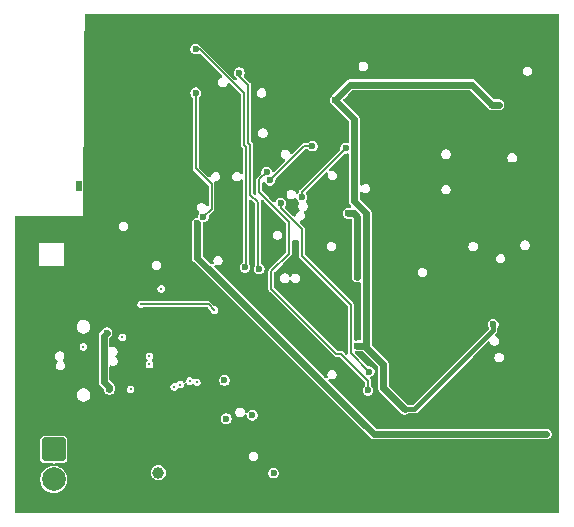
<source format=gbr>
%TF.GenerationSoftware,KiCad,Pcbnew,9.0.6*%
%TF.CreationDate,2025-12-24T13:44:06+01:00*%
%TF.ProjectId,10W-RGBW-Lars-v1,3130572d-5247-4425-972d-4c6172732d76,rev?*%
%TF.SameCoordinates,Original*%
%TF.FileFunction,Copper,L3,Inr*%
%TF.FilePolarity,Positive*%
%FSLAX46Y46*%
G04 Gerber Fmt 4.6, Leading zero omitted, Abs format (unit mm)*
G04 Created by KiCad (PCBNEW 9.0.6) date 2025-12-24 13:44:06*
%MOMM*%
%LPD*%
G01*
G04 APERTURE LIST*
G04 Aperture macros list*
%AMRoundRect*
0 Rectangle with rounded corners*
0 $1 Rounding radius*
0 $2 $3 $4 $5 $6 $7 $8 $9 X,Y pos of 4 corners*
0 Add a 4 corners polygon primitive as box body*
4,1,4,$2,$3,$4,$5,$6,$7,$8,$9,$2,$3,0*
0 Add four circle primitives for the rounded corners*
1,1,$1+$1,$2,$3*
1,1,$1+$1,$4,$5*
1,1,$1+$1,$6,$7*
1,1,$1+$1,$8,$9*
0 Add four rect primitives between the rounded corners*
20,1,$1+$1,$2,$3,$4,$5,0*
20,1,$1+$1,$4,$5,$6,$7,0*
20,1,$1+$1,$6,$7,$8,$9,0*
20,1,$1+$1,$8,$9,$2,$3,0*%
G04 Aperture macros list end*
%TA.AperFunction,HeatsinkPad*%
%ADD10O,2.100000X1.000000*%
%TD*%
%TA.AperFunction,HeatsinkPad*%
%ADD11O,1.800000X1.000000*%
%TD*%
%TA.AperFunction,HeatsinkPad*%
%ADD12C,0.500000*%
%TD*%
%TA.AperFunction,ComponentPad*%
%ADD13R,0.500000X0.900000*%
%TD*%
%TA.AperFunction,ComponentPad*%
%ADD14C,2.000000*%
%TD*%
%TA.AperFunction,ComponentPad*%
%ADD15RoundRect,0.250000X-0.750000X0.750000X-0.750000X-0.750000X0.750000X-0.750000X0.750000X0.750000X0*%
%TD*%
%TA.AperFunction,ViaPad*%
%ADD16C,0.300000*%
%TD*%
%TA.AperFunction,ViaPad*%
%ADD17C,0.600000*%
%TD*%
%TA.AperFunction,ViaPad*%
%ADD18C,1.000000*%
%TD*%
%TA.AperFunction,Conductor*%
%ADD19C,0.200000*%
%TD*%
%TA.AperFunction,Conductor*%
%ADD20C,0.600000*%
%TD*%
%TA.AperFunction,Conductor*%
%ADD21C,0.400000*%
%TD*%
G04 APERTURE END LIST*
D10*
%TO.N,GND*%
%TO.C,J1*%
X111905000Y-64080000D03*
D11*
X107725000Y-64080000D03*
D10*
X111905000Y-72720000D03*
D11*
X107725000Y-72720000D03*
%TD*%
D12*
%TO.N,GND*%
%TO.C,U1*%
X118625000Y-67225000D03*
X118625000Y-68375000D03*
X119775000Y-67225000D03*
X119775000Y-68375000D03*
%TD*%
%TO.N,GND*%
%TO.C,U101*%
X123680000Y-55420000D03*
X123680000Y-56420000D03*
X123680000Y-57420000D03*
X124680000Y-55420000D03*
X124680000Y-56420000D03*
X124680000Y-57420000D03*
X125680000Y-55420000D03*
X125680000Y-56420000D03*
X125680000Y-57420000D03*
%TD*%
%TO.N,GND*%
%TO.C,U202*%
X130605000Y-47605000D03*
X130605000Y-46505000D03*
%TD*%
%TO.N,GND*%
%TO.C,U302*%
X133100000Y-68400000D03*
X133100000Y-67300000D03*
%TD*%
%TO.N,GND*%
%TO.C,U402*%
X144500000Y-66450000D03*
X144500000Y-65350000D03*
%TD*%
%TO.N,GND*%
%TO.C,U502*%
X144500000Y-48000000D03*
X144500000Y-46900000D03*
%TD*%
D13*
%TO.N,GND*%
%TO.C,AE101*%
X111000000Y-53600000D03*
%TD*%
D14*
%TO.N,Net-(J601-Pin_2)*%
%TO.C,J601*%
X108900000Y-78440000D03*
D15*
%TO.N,Net-(J601-Pin_1)*%
X108900000Y-75900000D03*
%TD*%
D16*
%TO.N,GND*%
X118200000Y-52600000D03*
X118300000Y-53000000D03*
X118000000Y-53000000D03*
X116600000Y-52400000D03*
X117100000Y-53200000D03*
X117100000Y-53600000D03*
X117100000Y-54000000D03*
X116700000Y-54000000D03*
X116300000Y-54000000D03*
X115600000Y-54000000D03*
X115200000Y-53900000D03*
X115100000Y-53500000D03*
X114900000Y-53000000D03*
X114700000Y-52600000D03*
X114400000Y-52200000D03*
X114100000Y-51800000D03*
X113700000Y-51500000D03*
X113300000Y-51200000D03*
X112800000Y-51100000D03*
X112300000Y-51000000D03*
X111800000Y-50900000D03*
X112100000Y-52100000D03*
X111600000Y-52100000D03*
X112500000Y-52300000D03*
X113000000Y-52500000D03*
X113400000Y-52800000D03*
X113700000Y-53200000D03*
X113900000Y-53600000D03*
X113800000Y-54200000D03*
X113600000Y-54600000D03*
X113100000Y-54800000D03*
X112600000Y-55200000D03*
X112300000Y-55500000D03*
X112000000Y-56000000D03*
X111900000Y-56600000D03*
X111900000Y-57100000D03*
X111900000Y-57600000D03*
X111900000Y-58100000D03*
X111500000Y-58500000D03*
X110700000Y-60300000D03*
X111100000Y-60100000D03*
X111500000Y-59900000D03*
X112000000Y-59700000D03*
X112500000Y-59400000D03*
X112800000Y-58900000D03*
X113000000Y-58500000D03*
X113100000Y-57900000D03*
X113100000Y-57400000D03*
X113100000Y-56900000D03*
X113200000Y-56300000D03*
X113600000Y-55900000D03*
X114200000Y-55900000D03*
X114900000Y-55800000D03*
X115300000Y-55600000D03*
X116000000Y-55500000D03*
X116700000Y-55500000D03*
X117300000Y-55500000D03*
X117900000Y-55500000D03*
%TO.N,Net-(U1-DP)*%
X119100000Y-70600000D03*
X117000000Y-68700000D03*
%TO.N,Net-(U1-DN)*%
X117000000Y-68000000D03*
X119600000Y-70400000D03*
D17*
%TO.N,/PWMG*%
X135500000Y-70900000D03*
X126921488Y-52401000D03*
%TO.N,/PWMR*%
X127200000Y-53100000D03*
X130800000Y-50200000D03*
%TO.N,Net-(U602-FB)*%
X123500000Y-73294098D03*
X127500000Y-77900000D03*
%TO.N,/ENG*%
X135600000Y-69300000D03*
X128100000Y-55050000D03*
%TO.N,/ENR*%
X129893934Y-54557535D03*
X133600000Y-50400000D03*
%TO.N,/GPIO9*%
X124600000Y-44000000D03*
X126300000Y-60600000D03*
D16*
%TO.N,Net-(J1-CC2)*%
X121000000Y-70200000D03*
X115400000Y-70800000D03*
%TO.N,Net-(J1-CC1)*%
X120400000Y-70100000D03*
X111400000Y-67200000D03*
%TO.N,Net-(D1-A)*%
X114700000Y-66400000D03*
D17*
X113600000Y-70800000D03*
X113400000Y-66000000D03*
%TO.N,/Vbus*%
X123350000Y-70050000D03*
X125700000Y-73000000D03*
D18*
X117750000Y-77850000D03*
D16*
X116300000Y-63600000D03*
X122500000Y-64100000D03*
D17*
%TO.N,/LedDriverGreen/LED+*%
X134600000Y-61300000D03*
X133800000Y-55900000D03*
D16*
%TO.N,+5V*%
X118000000Y-62301000D03*
D17*
X132705000Y-46305000D03*
X134600000Y-67100000D03*
X146600000Y-46700000D03*
X146100000Y-65300000D03*
X146000000Y-46700000D03*
X135200000Y-67100000D03*
X138600000Y-72500000D03*
%TO.N,+3V3*%
X121046772Y-56756637D03*
X150600000Y-74600000D03*
%TO.N,/GPIO8*%
X125080000Y-60480000D03*
X120900000Y-42000000D03*
%TO.N,/ESP_CHIP_PU*%
X120900000Y-45700000D03*
X121560402Y-56210114D03*
D16*
%TO.N,GND*%
X121400000Y-64200000D03*
D17*
X127500000Y-64200000D03*
X129700000Y-63200000D03*
D16*
X110400000Y-57500000D03*
X116992654Y-69241593D03*
X109000000Y-61800000D03*
X120300000Y-71800000D03*
D17*
X130600000Y-58100000D03*
X124500000Y-78500000D03*
X117000000Y-80300000D03*
D16*
X119200000Y-64500000D03*
D17*
X138900000Y-46200000D03*
X143800000Y-76000000D03*
X123800000Y-63934300D03*
X140400000Y-69900000D03*
X117200000Y-79100000D03*
X132100000Y-75600000D03*
X149500000Y-41700000D03*
D16*
X126600000Y-69900000D03*
X116300000Y-62900000D03*
D17*
X118600000Y-55500000D03*
D16*
X121600000Y-65800000D03*
D17*
X136700000Y-54800000D03*
X130700000Y-43400000D03*
X119800000Y-53700000D03*
X145400000Y-70600000D03*
X137100000Y-76700000D03*
X125669669Y-65330331D03*
X140200000Y-57200000D03*
X144600000Y-70100000D03*
X133400000Y-56900000D03*
X118600000Y-56400000D03*
X126900000Y-79000000D03*
X121625003Y-70200000D03*
D16*
X123400000Y-71500000D03*
D17*
X142900000Y-65900000D03*
X140900000Y-47800000D03*
D16*
X126400000Y-68200000D03*
D17*
X132400000Y-56800000D03*
X150800000Y-45700000D03*
X113400000Y-42200000D03*
X138800000Y-49500000D03*
X118000000Y-47500000D03*
X140900000Y-56600000D03*
X132800000Y-40200000D03*
D16*
X107200000Y-61000000D03*
X115400000Y-74700000D03*
X130200000Y-74400000D03*
D17*
X143400000Y-80400000D03*
X124200000Y-49900000D03*
D16*
X123100000Y-66400000D03*
D17*
X118085873Y-72456878D03*
D16*
X130700000Y-75800000D03*
X128175840Y-58692654D03*
D17*
X142600000Y-54900000D03*
D16*
X118100000Y-51300000D03*
D17*
X136300000Y-57800000D03*
X151300000Y-63200000D03*
X130000000Y-48900000D03*
X150300000Y-49100000D03*
X135500000Y-42100000D03*
D16*
X115612467Y-58949508D03*
D17*
X135500000Y-41100000D03*
X139980331Y-65380331D03*
X140200000Y-55800000D03*
X123900000Y-61100000D03*
X131200000Y-76400000D03*
D16*
X115300000Y-73200000D03*
D17*
X145100000Y-67900000D03*
D16*
X117000000Y-64100000D03*
D17*
X140900000Y-50600000D03*
X123983591Y-45516409D03*
X122300000Y-77700000D03*
X144700000Y-44100000D03*
D16*
X131200000Y-75600000D03*
D17*
X123700000Y-78400000D03*
X126100000Y-61900000D03*
X150200000Y-59100000D03*
X131400000Y-56800000D03*
X124300000Y-77700000D03*
X150700000Y-44800000D03*
X112800000Y-43400000D03*
D16*
X107200000Y-58100000D03*
X107200000Y-59500000D03*
D17*
X144400000Y-80200000D03*
X147000000Y-40300000D03*
X143800000Y-71700000D03*
D16*
X127100000Y-69000000D03*
D17*
X112600000Y-39800000D03*
D16*
X109300000Y-57000000D03*
D17*
X113400000Y-80800000D03*
X137800000Y-57700000D03*
X144000000Y-49100000D03*
X139200000Y-55200000D03*
D16*
X115400000Y-73900000D03*
D17*
X137600000Y-54100000D03*
X121400000Y-77100000D03*
X118900000Y-53700000D03*
X140000000Y-48200000D03*
X119300000Y-56400000D03*
X139000000Y-80400000D03*
X150600000Y-62400000D03*
X117500000Y-73100000D03*
X150800000Y-64100000D03*
X144100000Y-50200000D03*
X138400000Y-50600000D03*
X135600000Y-49000000D03*
X131600000Y-55000000D03*
X120100000Y-56400000D03*
X138400000Y-56700000D03*
X118200000Y-48600000D03*
X141800000Y-63900000D03*
X127000000Y-80300000D03*
X119500000Y-55500000D03*
X139300000Y-54000000D03*
X135700000Y-77200000D03*
X116800000Y-57400000D03*
D16*
X118783393Y-57857475D03*
D17*
X140400000Y-54300000D03*
D16*
X107800000Y-57000000D03*
D17*
X145500000Y-76500000D03*
D16*
X107300000Y-57600000D03*
D17*
X135400000Y-79200000D03*
D16*
X109700000Y-61800000D03*
D17*
X136500000Y-53800000D03*
X112100000Y-45200000D03*
D16*
X129700000Y-70300000D03*
X130600000Y-71400000D03*
D17*
X135700000Y-54800000D03*
X141800000Y-55700000D03*
D16*
X107200000Y-58700000D03*
D17*
X121600000Y-61800000D03*
X139900000Y-50600000D03*
X144600000Y-71100000D03*
X121500000Y-53700000D03*
X142300000Y-80500000D03*
D16*
X113945266Y-63008018D03*
D17*
X139700000Y-49400000D03*
X149500000Y-60700000D03*
D16*
X108200000Y-61700000D03*
D17*
X148300000Y-40200000D03*
X137400000Y-43900000D03*
X119100000Y-76600000D03*
X132500000Y-55000000D03*
D16*
X124300000Y-50900000D03*
D17*
X151400000Y-69400000D03*
X130700000Y-45200000D03*
X117305630Y-69782587D03*
D16*
X108400000Y-57000000D03*
D17*
X139200000Y-57100000D03*
X137600000Y-55200000D03*
X130800000Y-48900000D03*
D16*
X117011122Y-70184635D03*
D17*
X136405000Y-48705000D03*
X140900000Y-49500000D03*
D16*
X110000000Y-57100000D03*
D17*
X112500000Y-41300000D03*
X135200000Y-75800000D03*
X139300000Y-50600000D03*
X118000000Y-52000000D03*
D16*
X127300000Y-70500000D03*
X110500000Y-58200000D03*
D17*
X120600000Y-53700000D03*
D16*
X113000000Y-74000000D03*
X117100000Y-62900000D03*
D17*
X144300000Y-77000000D03*
X143800000Y-70600000D03*
X133100000Y-48300000D03*
D16*
X110200000Y-61600000D03*
X122200000Y-65000000D03*
X110300000Y-61000000D03*
D17*
X144300000Y-42900000D03*
D16*
X110300000Y-60500000D03*
D17*
X149800000Y-81000000D03*
X138900000Y-47200000D03*
X129300000Y-79600000D03*
X138000000Y-63000000D03*
X124400000Y-47900000D03*
X127800000Y-45500000D03*
X143500000Y-67400000D03*
X151100000Y-57000000D03*
X134600000Y-77100000D03*
X138200000Y-48000000D03*
X123300000Y-77700000D03*
X134200000Y-79600000D03*
X136500000Y-56400000D03*
X137000000Y-57200000D03*
X138900000Y-69500000D03*
D16*
X118097154Y-59702172D03*
X111100000Y-58500000D03*
X107500000Y-61500000D03*
X117800000Y-50900000D03*
D17*
X133900000Y-40300000D03*
X120800000Y-66100000D03*
X140700000Y-69200000D03*
X122300000Y-62000000D03*
X121200000Y-76000000D03*
D16*
X115470201Y-71721779D03*
X115841182Y-64529532D03*
D17*
X150700000Y-70000000D03*
X139400000Y-66000000D03*
X129700000Y-80400000D03*
X145400000Y-71700000D03*
X149900000Y-67500000D03*
X118000000Y-76500000D03*
D16*
X113400000Y-72700000D03*
D17*
X117700000Y-56400000D03*
X141100000Y-55100000D03*
X138400000Y-55700000D03*
X113300000Y-46400000D03*
D16*
X122900000Y-71600000D03*
D17*
X118700000Y-46700000D03*
X149300000Y-42500000D03*
X117800000Y-81000000D03*
X135000000Y-40100000D03*
X136900000Y-55800000D03*
X139200000Y-56100000D03*
X151100000Y-80000000D03*
D16*
X107200000Y-60100000D03*
X118700000Y-57400000D03*
D17*
X138000000Y-62000000D03*
X138400000Y-54800000D03*
X147500000Y-69600000D03*
D16*
X115500000Y-72600000D03*
X113500000Y-71800000D03*
D17*
X140500000Y-53500000D03*
X120300000Y-76700000D03*
X141200000Y-54300000D03*
X137600000Y-56300000D03*
X120900000Y-53000000D03*
X126700000Y-64000000D03*
X146200000Y-71100000D03*
X115500000Y-61400000D03*
X121200000Y-75000000D03*
%TD*%
D19*
%TO.N,/PWMG*%
X135500000Y-70091479D02*
X135500000Y-70900000D01*
X126921488Y-52401000D02*
X126302000Y-53020488D01*
X132801000Y-67801000D02*
X133209521Y-67801000D01*
X127300000Y-62300000D02*
X132801000Y-67801000D01*
X126883000Y-54690222D02*
X126883000Y-54693642D01*
X127300000Y-60820768D02*
X127300000Y-62300000D01*
X126302000Y-54109222D02*
X126883000Y-54690222D01*
X126302000Y-53020488D02*
X126302000Y-54109222D01*
X133209521Y-67801000D02*
X135500000Y-70091479D01*
X128800000Y-56610642D02*
X128800000Y-59300000D01*
X128800000Y-59300000D02*
X128800000Y-59320768D01*
X126883000Y-54693642D02*
X128800000Y-56610642D01*
X128800000Y-59320768D02*
X127300000Y-60820768D01*
%TO.N,/PWMR*%
X127200000Y-53100000D02*
X130100000Y-50200000D01*
X130100000Y-50200000D02*
X130800000Y-50200000D01*
%TO.N,/ENG*%
X129892873Y-57207127D02*
X129892873Y-59492873D01*
X129892873Y-59492873D02*
X134049000Y-63649000D01*
X128100000Y-55414254D02*
X129892873Y-57207127D01*
X134049000Y-63649000D02*
X134049000Y-67749000D01*
X128100000Y-55050000D02*
X128100000Y-55414254D01*
X134049000Y-67749000D02*
X135600000Y-69300000D01*
%TO.N,/ENR*%
X129893934Y-54557535D02*
X129893934Y-54106066D01*
X129893934Y-54106066D02*
X133600000Y-50400000D01*
%TO.N,/GPIO9*%
X124600000Y-44300000D02*
X125351000Y-45051000D01*
X126181000Y-54981000D02*
X126181000Y-60481000D01*
X124600000Y-44000000D02*
X124600000Y-44300000D01*
X125351000Y-49951000D02*
X125531000Y-50131001D01*
X125531000Y-54331000D02*
X126181000Y-54981000D01*
X125531000Y-50131001D02*
X125531000Y-54331000D01*
X126181000Y-60481000D02*
X126300000Y-60600000D01*
X125351000Y-45051000D02*
X125351000Y-49951000D01*
D20*
%TO.N,Net-(D1-A)*%
X113600000Y-70600000D02*
X113149000Y-70149000D01*
X113149000Y-70149000D02*
X113149000Y-66251000D01*
X113600000Y-70800000D02*
X113600000Y-70600000D01*
X113149000Y-66251000D02*
X113400000Y-66000000D01*
D19*
%TO.N,/Vbus*%
X122000000Y-63600000D02*
X122500000Y-64100000D01*
X116300000Y-63600000D02*
X116800000Y-63600000D01*
X116800000Y-63600000D02*
X122000000Y-63600000D01*
D20*
%TO.N,/LedDriverGreen/LED+*%
X133800000Y-55900000D02*
X134300000Y-55900000D01*
X134300000Y-55900000D02*
X134600000Y-56200000D01*
X134600000Y-56200000D02*
X134600000Y-61300000D01*
%TO.N,+5V*%
X135351000Y-67251000D02*
X136050000Y-67950000D01*
X136050000Y-67950000D02*
X136800000Y-68700000D01*
D21*
X146100000Y-65800000D02*
X139400000Y-72500000D01*
D20*
X132705000Y-46305000D02*
X134351000Y-47951000D01*
X134351000Y-47951000D02*
X134351000Y-54888926D01*
D21*
X146100000Y-65300000D02*
X146100000Y-65800000D01*
D20*
X134351000Y-54888926D02*
X135351000Y-55888926D01*
X134010000Y-45000000D02*
X144300000Y-45000000D01*
X134600000Y-67100000D02*
X135200000Y-67100000D01*
X136800000Y-70700000D02*
X138600000Y-72500000D01*
X132705000Y-46305000D02*
X134010000Y-45000000D01*
X135351000Y-65900000D02*
X135351000Y-66949000D01*
D21*
X139400000Y-72500000D02*
X138600000Y-72500000D01*
D20*
X146000000Y-46700000D02*
X146600000Y-46700000D01*
X135351000Y-55888926D02*
X135351000Y-65900000D01*
X135351000Y-65900000D02*
X135351000Y-67251000D01*
X135200000Y-67100000D02*
X136050000Y-67950000D01*
X136800000Y-68700000D02*
X136800000Y-70700000D01*
X135351000Y-66949000D02*
X135200000Y-67100000D01*
X144300000Y-45000000D02*
X146000000Y-46700000D01*
%TO.N,+3V3*%
X121046772Y-59646772D02*
X136000000Y-74600000D01*
X136000000Y-74600000D02*
X150600000Y-74600000D01*
X121046772Y-56756637D02*
X121046772Y-59646772D01*
D19*
%TO.N,/GPIO8*%
X125000000Y-45754999D02*
X121245001Y-42000000D01*
X125180000Y-60380000D02*
X125180000Y-50276389D01*
X125080000Y-60480000D02*
X125180000Y-60380000D01*
X125000000Y-50096389D02*
X125000000Y-45754999D01*
X121245001Y-42000000D02*
X120900000Y-42000000D01*
X125180000Y-50276389D02*
X125000000Y-50096389D01*
%TO.N,/ESP_CHIP_PU*%
X122251000Y-55519516D02*
X121560402Y-56210114D01*
X120900000Y-45700000D02*
X120900000Y-52100000D01*
X120900000Y-52100000D02*
X122251000Y-53451000D01*
X122251000Y-53451000D02*
X122251000Y-55519516D01*
%TD*%
%TA.AperFunction,Conductor*%
%TO.N,GND*%
G36*
X129206569Y-58178105D02*
G01*
X129290146Y-58200500D01*
X129290149Y-58200500D01*
X129395597Y-58200500D01*
X129395600Y-58200500D01*
X129486282Y-58176202D01*
X129556129Y-58177865D01*
X129613992Y-58217027D01*
X129641496Y-58281256D01*
X129642373Y-58295977D01*
X129642373Y-59542702D01*
X129680509Y-59634770D01*
X133762181Y-63716442D01*
X133795666Y-63777765D01*
X133798500Y-63804123D01*
X133798500Y-67736356D01*
X133778815Y-67803395D01*
X133726011Y-67849150D01*
X133656853Y-67859094D01*
X133593297Y-67830069D01*
X133586819Y-67824037D01*
X133351418Y-67588636D01*
X133259350Y-67550500D01*
X133259349Y-67550500D01*
X132956122Y-67550500D01*
X132889083Y-67530815D01*
X132868441Y-67514181D01*
X127586819Y-62232558D01*
X127553334Y-62171235D01*
X127550500Y-62144877D01*
X127550500Y-61347273D01*
X128049500Y-61347273D01*
X128049500Y-61452727D01*
X128076793Y-61554587D01*
X128129520Y-61645913D01*
X128204087Y-61720480D01*
X128295413Y-61773207D01*
X128397273Y-61800500D01*
X128397275Y-61800500D01*
X128502725Y-61800500D01*
X128502727Y-61800500D01*
X128604587Y-61773207D01*
X128695913Y-61720480D01*
X128770480Y-61645913D01*
X128792614Y-61607574D01*
X128843179Y-61559361D01*
X128911786Y-61546137D01*
X128976651Y-61572105D01*
X129007384Y-61607573D01*
X129029520Y-61645913D01*
X129104087Y-61720480D01*
X129195413Y-61773207D01*
X129297273Y-61800500D01*
X129297275Y-61800500D01*
X129402725Y-61800500D01*
X129402727Y-61800500D01*
X129504587Y-61773207D01*
X129595913Y-61720480D01*
X129670480Y-61645913D01*
X129723207Y-61554587D01*
X129750500Y-61452727D01*
X129750500Y-61347273D01*
X129723207Y-61245413D01*
X129670480Y-61154087D01*
X129595913Y-61079520D01*
X129504587Y-61026793D01*
X129402727Y-60999500D01*
X129297273Y-60999500D01*
X129195413Y-61026793D01*
X129195410Y-61026794D01*
X129104085Y-61079521D01*
X129029522Y-61154084D01*
X129029520Y-61154086D01*
X129029520Y-61154087D01*
X129007385Y-61192425D01*
X128956820Y-61240639D01*
X128888212Y-61253861D01*
X128823348Y-61227893D01*
X128792615Y-61192426D01*
X128770480Y-61154087D01*
X128695913Y-61079520D01*
X128604587Y-61026793D01*
X128502727Y-60999500D01*
X128397273Y-60999500D01*
X128295413Y-61026793D01*
X128295410Y-61026794D01*
X128204085Y-61079521D01*
X128129521Y-61154085D01*
X128076794Y-61245410D01*
X128076793Y-61245413D01*
X128049500Y-61347273D01*
X127550500Y-61347273D01*
X127550500Y-60975891D01*
X127570185Y-60908852D01*
X127586819Y-60888210D01*
X128294828Y-60180201D01*
X129012364Y-59462665D01*
X129050500Y-59370596D01*
X129050500Y-59270941D01*
X129050500Y-59250172D01*
X129050500Y-58297886D01*
X129070185Y-58230847D01*
X129122989Y-58185092D01*
X129192147Y-58175148D01*
X129206569Y-58178105D01*
G37*
%TD.AperFunction*%
%TA.AperFunction,Conductor*%
G36*
X133787689Y-50828727D02*
G01*
X133814256Y-50829360D01*
X133821624Y-50834347D01*
X133830403Y-50835801D01*
X133850110Y-50853626D01*
X133872118Y-50868522D01*
X133875621Y-50876702D01*
X133882220Y-50882671D01*
X133889161Y-50908321D01*
X133899623Y-50932750D01*
X133900500Y-50947472D01*
X133900500Y-54948235D01*
X133921550Y-55026793D01*
X133921859Y-55027946D01*
X133921873Y-55028003D01*
X133931199Y-55062809D01*
X133931200Y-55062811D01*
X133931201Y-55062813D01*
X133990511Y-55165540D01*
X133990513Y-55165542D01*
X134062790Y-55237819D01*
X134096275Y-55299142D01*
X134091291Y-55368834D01*
X134049419Y-55424767D01*
X133983955Y-55449184D01*
X133975109Y-55449500D01*
X133859309Y-55449500D01*
X133740691Y-55449500D01*
X133626114Y-55480201D01*
X133626112Y-55480201D01*
X133626112Y-55480202D01*
X133523387Y-55539511D01*
X133523384Y-55539513D01*
X133439513Y-55623384D01*
X133439511Y-55623387D01*
X133386595Y-55715040D01*
X133380201Y-55726114D01*
X133349500Y-55840691D01*
X133349500Y-55959309D01*
X133380201Y-56073886D01*
X133439511Y-56176613D01*
X133523387Y-56260489D01*
X133626114Y-56319799D01*
X133740691Y-56350500D01*
X133859309Y-56350500D01*
X134025500Y-56350500D01*
X134092539Y-56370185D01*
X134138294Y-56422989D01*
X134149500Y-56474500D01*
X134149500Y-61240691D01*
X134149500Y-61359309D01*
X134180201Y-61473886D01*
X134239511Y-61576613D01*
X134323387Y-61660489D01*
X134426114Y-61719799D01*
X134540691Y-61750500D01*
X134540694Y-61750500D01*
X134659306Y-61750500D01*
X134659309Y-61750500D01*
X134744410Y-61727697D01*
X134814256Y-61729360D01*
X134872118Y-61768522D01*
X134899623Y-61832750D01*
X134900500Y-61847472D01*
X134900500Y-66525500D01*
X134880815Y-66592539D01*
X134828011Y-66638294D01*
X134776500Y-66649500D01*
X134540691Y-66649500D01*
X134455593Y-66672302D01*
X134385743Y-66670639D01*
X134327881Y-66631476D01*
X134300377Y-66567248D01*
X134299500Y-66552527D01*
X134299500Y-63599173D01*
X134299499Y-63599170D01*
X134261364Y-63507103D01*
X134190897Y-63436636D01*
X130179692Y-59425431D01*
X130146207Y-59364108D01*
X130143373Y-59337750D01*
X130143373Y-58647273D01*
X131999500Y-58647273D01*
X131999500Y-58752727D01*
X132026793Y-58854587D01*
X132079520Y-58945913D01*
X132154087Y-59020480D01*
X132245413Y-59073207D01*
X132347273Y-59100500D01*
X132347275Y-59100500D01*
X132452725Y-59100500D01*
X132452727Y-59100500D01*
X132554587Y-59073207D01*
X132645913Y-59020480D01*
X132720480Y-58945913D01*
X132773207Y-58854587D01*
X132800500Y-58752727D01*
X132800500Y-58647273D01*
X132773207Y-58545413D01*
X132720480Y-58454087D01*
X132645913Y-58379520D01*
X132554587Y-58326793D01*
X132452727Y-58299500D01*
X132347273Y-58299500D01*
X132245413Y-58326793D01*
X132245410Y-58326794D01*
X132154085Y-58379521D01*
X132079521Y-58454085D01*
X132026794Y-58545410D01*
X132026794Y-58545411D01*
X132026793Y-58545413D01*
X131999500Y-58647273D01*
X130143373Y-58647273D01*
X130143373Y-57157300D01*
X130143372Y-57157297D01*
X130142250Y-57154589D01*
X130105237Y-57065230D01*
X130034770Y-56994763D01*
X129750387Y-56710380D01*
X129716902Y-56649057D01*
X129721886Y-56579365D01*
X129763758Y-56523432D01*
X129829222Y-56499015D01*
X129838068Y-56498699D01*
X129851796Y-56498699D01*
X129851798Y-56498699D01*
X129953658Y-56471406D01*
X130044984Y-56418679D01*
X130119551Y-56344112D01*
X130172278Y-56252786D01*
X130199571Y-56150926D01*
X130199571Y-56045472D01*
X130172278Y-55943612D01*
X130119551Y-55852286D01*
X130119549Y-55852284D01*
X130115487Y-55845248D01*
X130117236Y-55844238D01*
X130095962Y-55789215D01*
X130109998Y-55720770D01*
X130157530Y-55671507D01*
X130245913Y-55620480D01*
X130320480Y-55545913D01*
X130373207Y-55454587D01*
X130400500Y-55352727D01*
X130400500Y-55247273D01*
X130373207Y-55145413D01*
X130320480Y-55054087D01*
X130264505Y-54998112D01*
X130231020Y-54936789D01*
X130236004Y-54867097D01*
X130253820Y-54834932D01*
X130254414Y-54834156D01*
X130254423Y-54834148D01*
X130313733Y-54731421D01*
X130344434Y-54616844D01*
X130344434Y-54498226D01*
X130313733Y-54383649D01*
X130254423Y-54280922D01*
X130251561Y-54278060D01*
X130249919Y-54275054D01*
X130249476Y-54274476D01*
X130249566Y-54274406D01*
X130218076Y-54216737D01*
X130223060Y-54147045D01*
X130251559Y-54102700D01*
X131915942Y-52438317D01*
X131977262Y-52404834D01*
X132046954Y-52409818D01*
X132102887Y-52451690D01*
X132127304Y-52517154D01*
X132123395Y-52558092D01*
X132099500Y-52647271D01*
X132099500Y-52647273D01*
X132099500Y-52752727D01*
X132126295Y-52852726D01*
X132126793Y-52854586D01*
X132126794Y-52854589D01*
X132129151Y-52858671D01*
X132179520Y-52945913D01*
X132254087Y-53020480D01*
X132345413Y-53073207D01*
X132447273Y-53100500D01*
X132447275Y-53100500D01*
X132552725Y-53100500D01*
X132552727Y-53100500D01*
X132654587Y-53073207D01*
X132745913Y-53020480D01*
X132820480Y-52945913D01*
X132873207Y-52854587D01*
X132900500Y-52752727D01*
X132900500Y-52647273D01*
X132873207Y-52545413D01*
X132820480Y-52454087D01*
X132745913Y-52379520D01*
X132654587Y-52326793D01*
X132552727Y-52299500D01*
X132447273Y-52299500D01*
X132447271Y-52299500D01*
X132358092Y-52323395D01*
X132288242Y-52321732D01*
X132230380Y-52282569D01*
X132202877Y-52218340D01*
X132214464Y-52149438D01*
X132238315Y-52115943D01*
X133467440Y-50886818D01*
X133487999Y-50875592D01*
X133506025Y-50860634D01*
X133521088Y-50857524D01*
X133528763Y-50853334D01*
X133540094Y-50851414D01*
X133547580Y-50850500D01*
X133659309Y-50850500D01*
X133752828Y-50825441D01*
X133761473Y-50824386D01*
X133787689Y-50828727D01*
G37*
%TD.AperFunction*%
%TA.AperFunction,Conductor*%
G36*
X151642539Y-39020185D02*
G01*
X151688294Y-39072989D01*
X151699500Y-39124500D01*
X151699500Y-81175500D01*
X151679815Y-81242539D01*
X151627011Y-81288294D01*
X151575500Y-81299500D01*
X105724500Y-81299500D01*
X105657461Y-81279815D01*
X105611706Y-81227011D01*
X105600500Y-81175500D01*
X105600500Y-75118475D01*
X107749500Y-75118475D01*
X107749500Y-76681517D01*
X107760292Y-76749657D01*
X107764354Y-76775304D01*
X107821950Y-76888342D01*
X107821952Y-76888344D01*
X107821954Y-76888347D01*
X107911652Y-76978045D01*
X107911654Y-76978046D01*
X107911658Y-76978050D01*
X108024694Y-77035645D01*
X108024698Y-77035647D01*
X108118475Y-77050499D01*
X108118481Y-77050500D01*
X108742873Y-77050499D01*
X108809910Y-77070183D01*
X108855665Y-77122987D01*
X108865609Y-77192146D01*
X108836584Y-77255702D01*
X108777806Y-77293476D01*
X108762270Y-77296972D01*
X108630589Y-77317829D01*
X108458363Y-77373787D01*
X108458360Y-77373788D01*
X108297002Y-77456006D01*
X108150505Y-77562441D01*
X108150500Y-77562445D01*
X108022445Y-77690500D01*
X108022441Y-77690505D01*
X107916006Y-77837002D01*
X107833788Y-77998360D01*
X107833787Y-77998363D01*
X107777829Y-78170589D01*
X107749500Y-78349448D01*
X107749500Y-78530551D01*
X107777829Y-78709410D01*
X107833787Y-78881636D01*
X107833788Y-78881639D01*
X107916006Y-79042997D01*
X108022441Y-79189494D01*
X108022445Y-79189499D01*
X108150500Y-79317554D01*
X108150505Y-79317558D01*
X108278287Y-79410396D01*
X108297006Y-79423996D01*
X108402484Y-79477740D01*
X108458360Y-79506211D01*
X108458363Y-79506212D01*
X108544476Y-79534191D01*
X108630591Y-79562171D01*
X108713429Y-79575291D01*
X108809449Y-79590500D01*
X108809454Y-79590500D01*
X108990551Y-79590500D01*
X109077259Y-79576765D01*
X109169409Y-79562171D01*
X109341639Y-79506211D01*
X109502994Y-79423996D01*
X109649501Y-79317553D01*
X109777553Y-79189501D01*
X109883996Y-79042994D01*
X109966211Y-78881639D01*
X110022171Y-78709409D01*
X110036765Y-78617259D01*
X110050500Y-78530551D01*
X110050500Y-78349448D01*
X110034019Y-78245397D01*
X110022171Y-78170591D01*
X109994191Y-78084476D01*
X109966212Y-77998363D01*
X109966211Y-77998360D01*
X109923263Y-77914071D01*
X117099499Y-77914071D01*
X117124497Y-78039738D01*
X117124499Y-78039744D01*
X117173533Y-78158124D01*
X117173538Y-78158133D01*
X117244723Y-78264668D01*
X117244726Y-78264672D01*
X117335327Y-78355273D01*
X117335331Y-78355276D01*
X117441866Y-78426461D01*
X117441872Y-78426464D01*
X117441873Y-78426465D01*
X117560256Y-78475501D01*
X117560260Y-78475501D01*
X117560261Y-78475502D01*
X117685928Y-78500500D01*
X117685931Y-78500500D01*
X117814071Y-78500500D01*
X117898615Y-78483682D01*
X117939744Y-78475501D01*
X118058127Y-78426465D01*
X118164669Y-78355276D01*
X118255276Y-78264669D01*
X118326465Y-78158127D01*
X118375501Y-78039744D01*
X118400500Y-77914069D01*
X118400500Y-77840691D01*
X127049500Y-77840691D01*
X127049500Y-77959309D01*
X127080201Y-78073886D01*
X127139511Y-78176613D01*
X127223387Y-78260489D01*
X127326114Y-78319799D01*
X127440691Y-78350500D01*
X127440694Y-78350500D01*
X127559306Y-78350500D01*
X127559309Y-78350500D01*
X127673886Y-78319799D01*
X127776613Y-78260489D01*
X127860489Y-78176613D01*
X127919799Y-78073886D01*
X127950500Y-77959309D01*
X127950500Y-77840691D01*
X127919799Y-77726114D01*
X127860489Y-77623387D01*
X127776613Y-77539511D01*
X127673886Y-77480201D01*
X127559309Y-77449500D01*
X127440691Y-77449500D01*
X127326114Y-77480201D01*
X127326112Y-77480201D01*
X127326112Y-77480202D01*
X127223387Y-77539511D01*
X127223384Y-77539513D01*
X127139513Y-77623384D01*
X127139511Y-77623387D01*
X127100764Y-77690499D01*
X127080201Y-77726114D01*
X127049500Y-77840691D01*
X118400500Y-77840691D01*
X118400500Y-77785931D01*
X118400500Y-77785928D01*
X118375502Y-77660261D01*
X118375501Y-77660260D01*
X118375501Y-77660256D01*
X118326465Y-77541873D01*
X118326464Y-77541872D01*
X118326461Y-77541866D01*
X118255276Y-77435331D01*
X118255273Y-77435327D01*
X118164672Y-77344726D01*
X118164668Y-77344723D01*
X118058133Y-77273538D01*
X118058124Y-77273533D01*
X117939744Y-77224499D01*
X117939738Y-77224497D01*
X117814071Y-77199500D01*
X117814069Y-77199500D01*
X117685931Y-77199500D01*
X117685929Y-77199500D01*
X117560261Y-77224497D01*
X117560255Y-77224499D01*
X117441875Y-77273533D01*
X117441866Y-77273538D01*
X117335331Y-77344723D01*
X117335327Y-77344726D01*
X117244726Y-77435327D01*
X117244723Y-77435331D01*
X117173538Y-77541866D01*
X117173533Y-77541875D01*
X117124499Y-77660255D01*
X117124497Y-77660261D01*
X117099500Y-77785928D01*
X117099500Y-77785931D01*
X117099500Y-77914069D01*
X117099500Y-77914071D01*
X117099499Y-77914071D01*
X109923263Y-77914071D01*
X109883995Y-77837004D01*
X109777558Y-77690505D01*
X109777554Y-77690500D01*
X109649499Y-77562445D01*
X109649494Y-77562441D01*
X109502997Y-77456006D01*
X109502996Y-77456005D01*
X109502994Y-77456004D01*
X109451300Y-77429664D01*
X109341639Y-77373788D01*
X109341636Y-77373787D01*
X109169410Y-77317829D01*
X109037728Y-77296972D01*
X108974594Y-77267042D01*
X108937663Y-77207731D01*
X108938661Y-77137868D01*
X108977271Y-77079636D01*
X109041235Y-77051522D01*
X109057120Y-77050499D01*
X109681518Y-77050499D01*
X109775304Y-77035646D01*
X109888342Y-76978050D01*
X109978050Y-76888342D01*
X110035646Y-76775304D01*
X110035646Y-76775302D01*
X110035647Y-76775301D01*
X110050500Y-76681524D01*
X110050500Y-76419398D01*
X125399500Y-76419398D01*
X125399500Y-76524852D01*
X125426793Y-76626712D01*
X125479520Y-76718038D01*
X125554087Y-76792605D01*
X125645413Y-76845332D01*
X125747273Y-76872625D01*
X125747275Y-76872625D01*
X125852725Y-76872625D01*
X125852727Y-76872625D01*
X125954587Y-76845332D01*
X126045913Y-76792605D01*
X126120480Y-76718038D01*
X126173207Y-76626712D01*
X126200500Y-76524852D01*
X126200500Y-76419398D01*
X126173207Y-76317538D01*
X126120480Y-76226212D01*
X126045913Y-76151645D01*
X125954587Y-76098918D01*
X125852727Y-76071625D01*
X125747273Y-76071625D01*
X125645413Y-76098918D01*
X125645410Y-76098919D01*
X125554085Y-76151646D01*
X125479521Y-76226210D01*
X125426794Y-76317535D01*
X125426793Y-76317538D01*
X125399500Y-76419398D01*
X110050500Y-76419398D01*
X110050500Y-76411271D01*
X110050499Y-75118482D01*
X110050498Y-75118475D01*
X110035646Y-75024696D01*
X109978050Y-74911658D01*
X109978046Y-74911654D01*
X109978045Y-74911652D01*
X109888347Y-74821954D01*
X109888344Y-74821952D01*
X109888342Y-74821950D01*
X109811517Y-74782805D01*
X109775301Y-74764352D01*
X109681524Y-74749500D01*
X108118482Y-74749500D01*
X108037519Y-74762323D01*
X108024696Y-74764354D01*
X107911658Y-74821950D01*
X107911657Y-74821951D01*
X107911652Y-74821954D01*
X107821954Y-74911652D01*
X107821951Y-74911657D01*
X107764352Y-75024698D01*
X107749500Y-75118475D01*
X105600500Y-75118475D01*
X105600500Y-73234789D01*
X123049500Y-73234789D01*
X123049500Y-73353407D01*
X123080201Y-73467984D01*
X123139511Y-73570711D01*
X123223387Y-73654587D01*
X123326114Y-73713897D01*
X123440691Y-73744598D01*
X123440694Y-73744598D01*
X123559306Y-73744598D01*
X123559309Y-73744598D01*
X123673886Y-73713897D01*
X123776613Y-73654587D01*
X123860489Y-73570711D01*
X123919799Y-73467984D01*
X123950500Y-73353407D01*
X123950500Y-73234789D01*
X123919799Y-73120212D01*
X123860489Y-73017485D01*
X123776613Y-72933609D01*
X123673886Y-72874299D01*
X123559309Y-72843598D01*
X123440691Y-72843598D01*
X123326114Y-72874299D01*
X123326112Y-72874299D01*
X123326112Y-72874300D01*
X123223387Y-72933609D01*
X123223384Y-72933611D01*
X123139513Y-73017482D01*
X123139511Y-73017485D01*
X123080201Y-73120212D01*
X123049500Y-73234789D01*
X105600500Y-73234789D01*
X105600500Y-72697273D01*
X124273459Y-72697273D01*
X124273459Y-72802727D01*
X124300752Y-72904587D01*
X124353479Y-72995913D01*
X124428046Y-73070480D01*
X124519372Y-73123207D01*
X124621232Y-73150500D01*
X124621234Y-73150500D01*
X124726684Y-73150500D01*
X124726686Y-73150500D01*
X124828546Y-73123207D01*
X124919872Y-73070480D01*
X124994439Y-72995913D01*
X125018114Y-72954905D01*
X125068680Y-72906692D01*
X125137287Y-72893468D01*
X125202151Y-72919436D01*
X125242680Y-72976350D01*
X125249500Y-73016907D01*
X125249500Y-73059309D01*
X125280201Y-73173886D01*
X125339511Y-73276613D01*
X125423387Y-73360489D01*
X125526114Y-73419799D01*
X125640691Y-73450500D01*
X125640694Y-73450500D01*
X125759306Y-73450500D01*
X125759309Y-73450500D01*
X125873886Y-73419799D01*
X125976613Y-73360489D01*
X126060489Y-73276613D01*
X126119799Y-73173886D01*
X126150500Y-73059309D01*
X126150500Y-72940691D01*
X126119799Y-72826114D01*
X126060489Y-72723387D01*
X125976613Y-72639511D01*
X125873886Y-72580201D01*
X125759309Y-72549500D01*
X125640691Y-72549500D01*
X125526114Y-72580201D01*
X125526112Y-72580201D01*
X125526112Y-72580202D01*
X125423387Y-72639511D01*
X125423384Y-72639513D01*
X125339513Y-72723384D01*
X125339511Y-72723387D01*
X125305846Y-72781696D01*
X125255278Y-72829911D01*
X125186671Y-72843133D01*
X125121806Y-72817165D01*
X125081278Y-72760250D01*
X125074459Y-72719695D01*
X125074459Y-72697275D01*
X125074459Y-72697273D01*
X125047166Y-72595413D01*
X124994439Y-72504087D01*
X124919872Y-72429520D01*
X124828546Y-72376793D01*
X124726686Y-72349500D01*
X124621232Y-72349500D01*
X124519372Y-72376793D01*
X124519369Y-72376794D01*
X124428044Y-72429521D01*
X124353480Y-72504085D01*
X124300753Y-72595410D01*
X124300752Y-72595413D01*
X124273459Y-72697273D01*
X105600500Y-72697273D01*
X105600500Y-71214234D01*
X110829500Y-71214234D01*
X110829500Y-71365765D01*
X110868719Y-71512136D01*
X110906602Y-71577750D01*
X110944485Y-71643365D01*
X111051635Y-71750515D01*
X111182865Y-71826281D01*
X111329234Y-71865500D01*
X111329236Y-71865500D01*
X111480764Y-71865500D01*
X111480766Y-71865500D01*
X111627135Y-71826281D01*
X111758365Y-71750515D01*
X111865515Y-71643365D01*
X111941281Y-71512135D01*
X111980500Y-71365766D01*
X111980500Y-71214234D01*
X111941281Y-71067865D01*
X111937007Y-71060463D01*
X111931129Y-71050281D01*
X111865515Y-70936635D01*
X111758365Y-70829485D01*
X111684092Y-70786603D01*
X111627136Y-70753719D01*
X111553950Y-70734109D01*
X111480766Y-70714500D01*
X111329234Y-70714500D01*
X111182863Y-70753719D01*
X111051635Y-70829485D01*
X111051632Y-70829487D01*
X110944487Y-70936632D01*
X110944485Y-70936635D01*
X110868719Y-71067863D01*
X110829500Y-71214234D01*
X105600500Y-71214234D01*
X105600500Y-67947273D01*
X108999500Y-67947273D01*
X108999500Y-68052727D01*
X109026793Y-68154587D01*
X109079520Y-68245913D01*
X109154087Y-68320480D01*
X109162982Y-68325616D01*
X109211197Y-68376179D01*
X109224422Y-68444786D01*
X109198455Y-68509651D01*
X109188665Y-68520682D01*
X109155262Y-68554085D01*
X109102535Y-68645410D01*
X109102534Y-68645413D01*
X109075241Y-68747273D01*
X109075241Y-68852727D01*
X109098495Y-68939511D01*
X109102534Y-68954586D01*
X109102535Y-68954589D01*
X109105928Y-68960465D01*
X109155261Y-69045913D01*
X109229828Y-69120480D01*
X109321154Y-69173207D01*
X109423014Y-69200500D01*
X109423016Y-69200500D01*
X109528466Y-69200500D01*
X109528468Y-69200500D01*
X109630328Y-69173207D01*
X109721654Y-69120480D01*
X109796221Y-69045913D01*
X109848948Y-68954587D01*
X109876241Y-68852727D01*
X109876241Y-68747273D01*
X109848948Y-68645413D01*
X109796221Y-68554087D01*
X109721654Y-68479520D01*
X109712755Y-68474382D01*
X109664542Y-68423817D01*
X109651318Y-68355210D01*
X109677286Y-68290346D01*
X109687069Y-68279323D01*
X109720480Y-68245913D01*
X109773207Y-68154587D01*
X109800500Y-68052727D01*
X109800500Y-67947273D01*
X109773207Y-67845413D01*
X109720480Y-67754087D01*
X109645913Y-67679520D01*
X109554587Y-67626793D01*
X109452727Y-67599500D01*
X109347273Y-67599500D01*
X109245413Y-67626793D01*
X109245410Y-67626794D01*
X109154085Y-67679521D01*
X109079521Y-67754085D01*
X109026794Y-67845410D01*
X109026793Y-67845413D01*
X108999500Y-67947273D01*
X105600500Y-67947273D01*
X105600500Y-67157147D01*
X111074500Y-67157147D01*
X111074500Y-67242852D01*
X111096682Y-67325637D01*
X111096685Y-67325644D01*
X111139530Y-67399855D01*
X111139534Y-67399860D01*
X111139535Y-67399862D01*
X111200138Y-67460465D01*
X111200140Y-67460466D01*
X111200144Y-67460469D01*
X111274355Y-67503314D01*
X111274362Y-67503318D01*
X111357147Y-67525500D01*
X111357149Y-67525500D01*
X111442851Y-67525500D01*
X111442853Y-67525500D01*
X111525638Y-67503318D01*
X111599862Y-67460465D01*
X111660465Y-67399862D01*
X111703318Y-67325638D01*
X111725500Y-67242853D01*
X111725500Y-67157147D01*
X111703318Y-67074362D01*
X111683129Y-67039393D01*
X111660469Y-67000144D01*
X111660463Y-67000136D01*
X111599863Y-66939536D01*
X111599855Y-66939530D01*
X111525644Y-66896685D01*
X111525640Y-66896683D01*
X111525638Y-66896682D01*
X111442853Y-66874500D01*
X111357147Y-66874500D01*
X111274362Y-66896682D01*
X111274355Y-66896685D01*
X111200144Y-66939530D01*
X111200136Y-66939536D01*
X111139536Y-67000136D01*
X111139530Y-67000144D01*
X111096685Y-67074355D01*
X111096682Y-67074362D01*
X111074500Y-67157147D01*
X105600500Y-67157147D01*
X105600500Y-66191691D01*
X112698500Y-66191691D01*
X112698500Y-70208309D01*
X112720179Y-70289214D01*
X112721973Y-70295909D01*
X112721973Y-70295911D01*
X112729200Y-70322886D01*
X112731352Y-70326613D01*
X112788511Y-70425614D01*
X112788513Y-70425616D01*
X113113181Y-70750284D01*
X113146666Y-70811607D01*
X113149500Y-70837965D01*
X113149500Y-70859309D01*
X113180201Y-70973886D01*
X113239511Y-71076613D01*
X113323387Y-71160489D01*
X113426114Y-71219799D01*
X113540691Y-71250500D01*
X113540694Y-71250500D01*
X113659306Y-71250500D01*
X113659309Y-71250500D01*
X113773886Y-71219799D01*
X113876613Y-71160489D01*
X113960489Y-71076613D01*
X114019799Y-70973886D01*
X114050500Y-70859309D01*
X114050500Y-70757147D01*
X115074500Y-70757147D01*
X115074500Y-70842853D01*
X115090702Y-70903318D01*
X115096682Y-70925637D01*
X115096685Y-70925644D01*
X115139530Y-70999855D01*
X115139534Y-70999860D01*
X115139535Y-70999862D01*
X115200138Y-71060465D01*
X115200140Y-71060466D01*
X115200144Y-71060469D01*
X115274355Y-71103314D01*
X115274362Y-71103318D01*
X115357147Y-71125500D01*
X115357149Y-71125500D01*
X115442851Y-71125500D01*
X115442853Y-71125500D01*
X115525638Y-71103318D01*
X115599862Y-71060465D01*
X115660465Y-70999862D01*
X115703318Y-70925638D01*
X115725500Y-70842853D01*
X115725500Y-70757147D01*
X115703318Y-70674362D01*
X115695295Y-70660465D01*
X115666748Y-70611019D01*
X115660469Y-70600144D01*
X115660463Y-70600136D01*
X115617474Y-70557147D01*
X118774500Y-70557147D01*
X118774500Y-70642853D01*
X118796246Y-70724008D01*
X118796682Y-70725637D01*
X118796685Y-70725644D01*
X118839530Y-70799855D01*
X118839534Y-70799860D01*
X118839535Y-70799862D01*
X118900138Y-70860465D01*
X118900140Y-70860466D01*
X118900144Y-70860469D01*
X118974355Y-70903314D01*
X118974362Y-70903318D01*
X119057147Y-70925500D01*
X119057149Y-70925500D01*
X119142851Y-70925500D01*
X119142853Y-70925500D01*
X119225638Y-70903318D01*
X119299862Y-70860465D01*
X119360465Y-70799862D01*
X119376421Y-70772224D01*
X119426987Y-70724008D01*
X119495594Y-70710784D01*
X119515893Y-70714446D01*
X119557147Y-70725500D01*
X119557150Y-70725500D01*
X119642851Y-70725500D01*
X119642853Y-70725500D01*
X119725638Y-70703318D01*
X119799862Y-70660465D01*
X119860465Y-70599862D01*
X119903318Y-70525638D01*
X119925500Y-70442853D01*
X119925500Y-70385189D01*
X119945185Y-70318150D01*
X119997989Y-70272395D01*
X120067147Y-70262451D01*
X120130703Y-70291476D01*
X120137181Y-70297508D01*
X120139535Y-70299862D01*
X120200138Y-70360465D01*
X120200140Y-70360466D01*
X120200144Y-70360469D01*
X120268854Y-70400138D01*
X120274362Y-70403318D01*
X120357147Y-70425500D01*
X120357149Y-70425500D01*
X120442851Y-70425500D01*
X120442853Y-70425500D01*
X120525638Y-70403318D01*
X120581530Y-70371048D01*
X120649429Y-70354576D01*
X120715456Y-70377428D01*
X120733277Y-70394625D01*
X120733788Y-70394115D01*
X120739535Y-70399862D01*
X120800138Y-70460465D01*
X120800140Y-70460466D01*
X120800144Y-70460469D01*
X120824196Y-70474355D01*
X120874362Y-70503318D01*
X120957147Y-70525500D01*
X120957149Y-70525500D01*
X121042851Y-70525500D01*
X121042853Y-70525500D01*
X121125638Y-70503318D01*
X121199862Y-70460465D01*
X121260465Y-70399862D01*
X121303318Y-70325638D01*
X121325500Y-70242853D01*
X121325500Y-70157147D01*
X121303318Y-70074362D01*
X121260465Y-70000138D01*
X121251018Y-69990691D01*
X122899500Y-69990691D01*
X122899500Y-70109309D01*
X122930201Y-70223886D01*
X122989511Y-70326613D01*
X123073387Y-70410489D01*
X123176114Y-70469799D01*
X123290691Y-70500500D01*
X123290694Y-70500500D01*
X123409306Y-70500500D01*
X123409309Y-70500500D01*
X123523886Y-70469799D01*
X123626613Y-70410489D01*
X123710489Y-70326613D01*
X123769799Y-70223886D01*
X123800500Y-70109309D01*
X123800500Y-69990691D01*
X123769799Y-69876114D01*
X123710489Y-69773387D01*
X123626613Y-69689511D01*
X123523886Y-69630201D01*
X123409309Y-69599500D01*
X123290691Y-69599500D01*
X123176114Y-69630201D01*
X123176112Y-69630201D01*
X123176112Y-69630202D01*
X123073387Y-69689511D01*
X123073384Y-69689513D01*
X122989513Y-69773384D01*
X122989511Y-69773387D01*
X122933046Y-69871187D01*
X122930201Y-69876114D01*
X122899500Y-69990691D01*
X121251018Y-69990691D01*
X121199862Y-69939535D01*
X121199860Y-69939534D01*
X121199855Y-69939530D01*
X121125644Y-69896685D01*
X121125640Y-69896683D01*
X121125638Y-69896682D01*
X121042853Y-69874500D01*
X120957147Y-69874500D01*
X120874362Y-69896682D01*
X120874357Y-69896684D01*
X120818468Y-69928951D01*
X120750568Y-69945422D01*
X120684541Y-69922569D01*
X120666722Y-69905374D01*
X120666212Y-69905885D01*
X120599863Y-69839536D01*
X120599855Y-69839530D01*
X120525644Y-69796685D01*
X120525640Y-69796683D01*
X120525638Y-69796682D01*
X120442853Y-69774500D01*
X120357147Y-69774500D01*
X120274362Y-69796682D01*
X120274355Y-69796685D01*
X120200144Y-69839530D01*
X120200136Y-69839536D01*
X120139536Y-69900136D01*
X120139530Y-69900144D01*
X120096685Y-69974355D01*
X120096682Y-69974362D01*
X120074500Y-70057147D01*
X120074500Y-70114811D01*
X120054815Y-70181850D01*
X120002011Y-70227605D01*
X119932853Y-70237549D01*
X119869297Y-70208524D01*
X119862819Y-70202492D01*
X119799863Y-70139536D01*
X119799855Y-70139530D01*
X119725644Y-70096685D01*
X119725640Y-70096683D01*
X119725638Y-70096682D01*
X119642853Y-70074500D01*
X119557147Y-70074500D01*
X119474362Y-70096682D01*
X119474355Y-70096685D01*
X119400144Y-70139530D01*
X119400136Y-70139536D01*
X119339536Y-70200136D01*
X119339532Y-70200141D01*
X119323576Y-70227778D01*
X119273008Y-70275993D01*
X119204401Y-70289214D01*
X119184098Y-70285551D01*
X119142854Y-70274500D01*
X119142853Y-70274500D01*
X119057147Y-70274500D01*
X118974362Y-70296682D01*
X118974355Y-70296685D01*
X118900144Y-70339530D01*
X118900136Y-70339536D01*
X118839536Y-70400136D01*
X118839530Y-70400144D01*
X118796685Y-70474355D01*
X118796682Y-70474362D01*
X118774500Y-70557147D01*
X115617474Y-70557147D01*
X115599863Y-70539536D01*
X115599855Y-70539530D01*
X115525644Y-70496685D01*
X115525640Y-70496683D01*
X115525638Y-70496682D01*
X115442853Y-70474500D01*
X115357147Y-70474500D01*
X115274362Y-70496682D01*
X115274355Y-70496685D01*
X115200144Y-70539530D01*
X115200136Y-70539536D01*
X115139536Y-70600136D01*
X115139530Y-70600144D01*
X115096685Y-70674355D01*
X115096682Y-70674362D01*
X115074500Y-70757147D01*
X114050500Y-70757147D01*
X114050500Y-70740691D01*
X114050500Y-70540691D01*
X114019799Y-70426114D01*
X114019797Y-70426111D01*
X114019797Y-70426109D01*
X114019796Y-70426108D01*
X113993188Y-70380022D01*
X113993186Y-70380020D01*
X113988007Y-70371049D01*
X113960489Y-70323386D01*
X113635819Y-69998716D01*
X113602334Y-69937393D01*
X113599500Y-69911035D01*
X113599500Y-68895709D01*
X113619185Y-68828670D01*
X113671989Y-68782915D01*
X113741147Y-68772971D01*
X113755578Y-68775930D01*
X113847273Y-68800500D01*
X113847276Y-68800500D01*
X113952725Y-68800500D01*
X113952727Y-68800500D01*
X114054587Y-68773207D01*
X114145913Y-68720480D01*
X114220480Y-68645913D01*
X114273207Y-68554587D01*
X114300500Y-68452727D01*
X114300500Y-68347273D01*
X114273207Y-68245413D01*
X114220480Y-68154087D01*
X114154074Y-68087681D01*
X114149735Y-68079735D01*
X114142488Y-68074310D01*
X114133253Y-68049550D01*
X114120589Y-68026358D01*
X114121234Y-68017328D01*
X114118071Y-68008846D01*
X114123687Y-67983025D01*
X114125539Y-67957147D01*
X116674500Y-67957147D01*
X116674500Y-68042853D01*
X116684383Y-68079735D01*
X116696682Y-68125637D01*
X116696685Y-68125644D01*
X116739530Y-68199855D01*
X116739536Y-68199863D01*
X116801992Y-68262319D01*
X116835477Y-68323642D01*
X116830493Y-68393334D01*
X116801992Y-68437681D01*
X116739536Y-68500136D01*
X116739530Y-68500144D01*
X116696685Y-68574355D01*
X116696682Y-68574362D01*
X116674500Y-68657147D01*
X116674500Y-68742853D01*
X116689947Y-68800500D01*
X116696682Y-68825637D01*
X116696685Y-68825644D01*
X116739530Y-68899855D01*
X116739534Y-68899860D01*
X116739535Y-68899862D01*
X116800138Y-68960465D01*
X116800140Y-68960466D01*
X116800144Y-68960469D01*
X116874355Y-69003314D01*
X116874362Y-69003318D01*
X116957147Y-69025500D01*
X116957149Y-69025500D01*
X117042851Y-69025500D01*
X117042853Y-69025500D01*
X117125638Y-69003318D01*
X117199862Y-68960465D01*
X117260465Y-68899862D01*
X117303318Y-68825638D01*
X117325500Y-68742853D01*
X117325500Y-68657147D01*
X117303318Y-68574362D01*
X117291901Y-68554587D01*
X117260469Y-68500144D01*
X117260463Y-68500136D01*
X117198008Y-68437681D01*
X117164523Y-68376358D01*
X117169507Y-68306666D01*
X117198008Y-68262319D01*
X117214917Y-68245410D01*
X117260465Y-68199862D01*
X117303318Y-68125638D01*
X117325500Y-68042853D01*
X117325500Y-67957147D01*
X117303318Y-67874362D01*
X117303314Y-67874355D01*
X117260469Y-67800144D01*
X117260463Y-67800136D01*
X117199863Y-67739536D01*
X117199855Y-67739530D01*
X117125644Y-67696685D01*
X117125640Y-67696683D01*
X117125638Y-67696682D01*
X117042853Y-67674500D01*
X116957147Y-67674500D01*
X116874362Y-67696682D01*
X116874355Y-67696685D01*
X116800144Y-67739530D01*
X116800136Y-67739536D01*
X116739536Y-67800136D01*
X116739530Y-67800144D01*
X116696685Y-67874355D01*
X116696682Y-67874362D01*
X116674500Y-67957147D01*
X114125539Y-67957147D01*
X114125573Y-67956666D01*
X114131391Y-67947612D01*
X114132923Y-67940573D01*
X114154074Y-67912319D01*
X114205054Y-67861339D01*
X114212308Y-67854085D01*
X114220480Y-67845913D01*
X114273207Y-67754587D01*
X114300500Y-67652727D01*
X114300500Y-67547273D01*
X114273207Y-67445413D01*
X114220480Y-67354087D01*
X114145913Y-67279520D01*
X114054587Y-67226793D01*
X113952727Y-67199500D01*
X113847273Y-67199500D01*
X113847271Y-67199500D01*
X113755592Y-67224065D01*
X113685743Y-67222402D01*
X113627880Y-67183239D01*
X113600377Y-67119010D01*
X113599500Y-67104290D01*
X113599500Y-66488966D01*
X113608011Y-66459979D01*
X113614197Y-66430410D01*
X113618328Y-66424845D01*
X113619185Y-66421927D01*
X113635122Y-66401988D01*
X113635542Y-66401560D01*
X113679956Y-66357147D01*
X114374500Y-66357147D01*
X114374500Y-66442852D01*
X114396682Y-66525637D01*
X114396685Y-66525644D01*
X114439530Y-66599855D01*
X114439534Y-66599860D01*
X114439535Y-66599862D01*
X114500138Y-66660465D01*
X114500140Y-66660466D01*
X114500144Y-66660469D01*
X114574355Y-66703314D01*
X114574362Y-66703318D01*
X114657147Y-66725500D01*
X114657149Y-66725500D01*
X114742851Y-66725500D01*
X114742853Y-66725500D01*
X114825638Y-66703318D01*
X114899862Y-66660465D01*
X114960465Y-66599862D01*
X115003318Y-66525638D01*
X115025500Y-66442853D01*
X115025500Y-66357147D01*
X115003318Y-66274362D01*
X114973543Y-66222790D01*
X114960469Y-66200144D01*
X114960463Y-66200136D01*
X114899862Y-66139535D01*
X114899855Y-66139530D01*
X114825644Y-66096685D01*
X114825640Y-66096683D01*
X114825638Y-66096682D01*
X114742853Y-66074500D01*
X114657147Y-66074500D01*
X114574362Y-66096682D01*
X114574355Y-66096685D01*
X114500144Y-66139530D01*
X114500138Y-66139535D01*
X114439536Y-66200136D01*
X114439530Y-66200144D01*
X114396685Y-66274355D01*
X114396682Y-66274362D01*
X114374500Y-66357147D01*
X113679956Y-66357147D01*
X113760490Y-66276614D01*
X113819799Y-66173886D01*
X113825284Y-66153415D01*
X113829003Y-66139537D01*
X113829003Y-66139535D01*
X113840485Y-66096685D01*
X113850500Y-66059309D01*
X113850500Y-65940691D01*
X113819799Y-65826114D01*
X113819799Y-65826113D01*
X113819799Y-65826112D01*
X113760492Y-65723389D01*
X113760488Y-65723384D01*
X113676615Y-65639511D01*
X113676610Y-65639507D01*
X113573890Y-65580202D01*
X113573883Y-65580199D01*
X113543184Y-65571973D01*
X113543184Y-65571972D01*
X113459312Y-65549500D01*
X113459309Y-65549500D01*
X113340691Y-65549500D01*
X113239504Y-65576613D01*
X113239503Y-65576613D01*
X113226116Y-65580199D01*
X113123386Y-65639509D01*
X113123384Y-65639511D01*
X112788513Y-65974383D01*
X112788509Y-65974389D01*
X112729201Y-66077112D01*
X112729200Y-66077117D01*
X112712475Y-66139535D01*
X112698500Y-66191691D01*
X105600500Y-66191691D01*
X105600500Y-65434234D01*
X110829500Y-65434234D01*
X110829500Y-65585766D01*
X110843901Y-65639511D01*
X110868719Y-65732136D01*
X110906602Y-65797750D01*
X110944485Y-65863365D01*
X111051635Y-65970515D01*
X111182865Y-66046281D01*
X111329234Y-66085500D01*
X111329236Y-66085500D01*
X111480764Y-66085500D01*
X111480766Y-66085500D01*
X111627135Y-66046281D01*
X111758365Y-65970515D01*
X111865515Y-65863365D01*
X111941281Y-65732135D01*
X111980500Y-65585766D01*
X111980500Y-65434234D01*
X111941281Y-65287865D01*
X111865515Y-65156635D01*
X111758365Y-65049485D01*
X111692750Y-65011602D01*
X111627136Y-64973719D01*
X111553950Y-64954109D01*
X111480766Y-64934500D01*
X111329234Y-64934500D01*
X111182863Y-64973719D01*
X111051635Y-65049485D01*
X111051632Y-65049487D01*
X110944487Y-65156632D01*
X110944485Y-65156635D01*
X110868719Y-65287863D01*
X110849576Y-65359309D01*
X110829500Y-65434234D01*
X105600500Y-65434234D01*
X105600500Y-63557147D01*
X115974500Y-63557147D01*
X115974500Y-63642852D01*
X115996682Y-63725637D01*
X115996685Y-63725644D01*
X116039530Y-63799855D01*
X116039534Y-63799860D01*
X116039535Y-63799862D01*
X116100138Y-63860465D01*
X116100140Y-63860466D01*
X116100144Y-63860469D01*
X116168854Y-63900138D01*
X116174362Y-63903318D01*
X116257147Y-63925500D01*
X116257149Y-63925500D01*
X116342851Y-63925500D01*
X116342853Y-63925500D01*
X116425638Y-63903318D01*
X116488349Y-63867112D01*
X116550348Y-63850500D01*
X116750172Y-63850500D01*
X121844877Y-63850500D01*
X121911916Y-63870185D01*
X121932558Y-63886819D01*
X122145847Y-64100107D01*
X122177941Y-64155694D01*
X122196682Y-64225639D01*
X122196685Y-64225644D01*
X122239530Y-64299855D01*
X122239534Y-64299860D01*
X122239535Y-64299862D01*
X122300138Y-64360465D01*
X122300140Y-64360466D01*
X122300144Y-64360469D01*
X122374355Y-64403314D01*
X122374362Y-64403318D01*
X122457147Y-64425500D01*
X122457149Y-64425500D01*
X122542851Y-64425500D01*
X122542853Y-64425500D01*
X122625638Y-64403318D01*
X122699862Y-64360465D01*
X122760465Y-64299862D01*
X122803318Y-64225638D01*
X122825500Y-64142853D01*
X122825500Y-64057147D01*
X122803318Y-63974362D01*
X122762301Y-63903318D01*
X122760469Y-63900144D01*
X122760463Y-63900136D01*
X122699863Y-63839536D01*
X122699855Y-63839530D01*
X122625644Y-63796685D01*
X122625639Y-63796682D01*
X122592132Y-63787704D01*
X122555693Y-63777940D01*
X122500107Y-63745847D01*
X122141897Y-63387636D01*
X122049829Y-63349500D01*
X122049828Y-63349500D01*
X116849828Y-63349500D01*
X116550348Y-63349500D01*
X116488349Y-63332888D01*
X116425638Y-63296682D01*
X116342853Y-63274500D01*
X116257147Y-63274500D01*
X116174362Y-63296682D01*
X116174355Y-63296685D01*
X116100144Y-63339530D01*
X116100136Y-63339536D01*
X116039536Y-63400136D01*
X116039530Y-63400144D01*
X115996685Y-63474355D01*
X115996682Y-63474362D01*
X115974500Y-63557147D01*
X105600500Y-63557147D01*
X105600500Y-62258147D01*
X117674500Y-62258147D01*
X117674500Y-62343853D01*
X117676102Y-62349829D01*
X117696682Y-62426637D01*
X117696685Y-62426644D01*
X117739530Y-62500855D01*
X117739534Y-62500860D01*
X117739535Y-62500862D01*
X117800138Y-62561465D01*
X117800140Y-62561466D01*
X117800144Y-62561469D01*
X117874355Y-62604314D01*
X117874362Y-62604318D01*
X117957147Y-62626500D01*
X117957149Y-62626500D01*
X118042851Y-62626500D01*
X118042853Y-62626500D01*
X118125638Y-62604318D01*
X118199862Y-62561465D01*
X118260465Y-62500862D01*
X118303318Y-62426638D01*
X118325500Y-62343853D01*
X118325500Y-62258147D01*
X118303318Y-62175362D01*
X118285718Y-62144877D01*
X118260469Y-62101144D01*
X118260463Y-62101136D01*
X118199863Y-62040536D01*
X118199855Y-62040530D01*
X118125644Y-61997685D01*
X118125640Y-61997683D01*
X118125638Y-61997682D01*
X118042853Y-61975500D01*
X117957147Y-61975500D01*
X117874362Y-61997682D01*
X117874355Y-61997685D01*
X117800144Y-62040530D01*
X117800136Y-62040536D01*
X117739536Y-62101136D01*
X117739530Y-62101144D01*
X117696685Y-62175355D01*
X117696682Y-62175362D01*
X117674500Y-62258147D01*
X105600500Y-62258147D01*
X105600500Y-60350000D01*
X107675000Y-60350000D01*
X109765000Y-60350000D01*
X109765000Y-60247273D01*
X117199500Y-60247273D01*
X117199500Y-60352727D01*
X117226793Y-60454587D01*
X117279520Y-60545913D01*
X117354087Y-60620480D01*
X117445413Y-60673207D01*
X117547273Y-60700500D01*
X117547275Y-60700500D01*
X117652725Y-60700500D01*
X117652727Y-60700500D01*
X117754587Y-60673207D01*
X117845913Y-60620480D01*
X117920480Y-60545913D01*
X117973207Y-60454587D01*
X118000500Y-60352727D01*
X118000500Y-60247273D01*
X117973207Y-60145413D01*
X117920480Y-60054087D01*
X117845913Y-59979520D01*
X117754587Y-59926793D01*
X117652727Y-59899500D01*
X117547273Y-59899500D01*
X117445413Y-59926793D01*
X117445410Y-59926794D01*
X117354085Y-59979521D01*
X117279521Y-60054085D01*
X117226794Y-60145410D01*
X117226793Y-60145413D01*
X117199500Y-60247273D01*
X109765000Y-60247273D01*
X109765000Y-58450000D01*
X107675000Y-58450000D01*
X107675000Y-60350000D01*
X105600500Y-60350000D01*
X105600500Y-56947273D01*
X114399500Y-56947273D01*
X114399500Y-57052726D01*
X114426793Y-57154586D01*
X114426794Y-57154589D01*
X114428359Y-57157299D01*
X114479520Y-57245913D01*
X114554087Y-57320480D01*
X114645413Y-57373207D01*
X114747273Y-57400500D01*
X114747275Y-57400500D01*
X114852725Y-57400500D01*
X114852727Y-57400500D01*
X114954587Y-57373207D01*
X115045913Y-57320480D01*
X115120480Y-57245913D01*
X115173207Y-57154587D01*
X115200500Y-57052727D01*
X115200500Y-56947273D01*
X115173207Y-56845413D01*
X115120480Y-56754087D01*
X115045913Y-56679520D01*
X114954587Y-56626793D01*
X114852727Y-56599500D01*
X114747273Y-56599500D01*
X114645413Y-56626793D01*
X114645410Y-56626794D01*
X114554085Y-56679521D01*
X114479521Y-56754085D01*
X114426794Y-56845410D01*
X114426793Y-56845413D01*
X114399500Y-56947273D01*
X105600500Y-56947273D01*
X105600500Y-56224000D01*
X105620185Y-56156961D01*
X105672989Y-56111206D01*
X105724500Y-56100000D01*
X111390967Y-56100000D01*
X111390968Y-56100000D01*
X111398518Y-54929784D01*
X111458447Y-45640691D01*
X120449500Y-45640691D01*
X120449500Y-45759309D01*
X120480201Y-45873886D01*
X120539511Y-45976613D01*
X120539513Y-45976615D01*
X120613181Y-46050283D01*
X120646666Y-46111606D01*
X120649500Y-46137964D01*
X120649500Y-52149829D01*
X120687636Y-52241897D01*
X121964181Y-53518441D01*
X121997666Y-53579764D01*
X122000500Y-53606122D01*
X122000500Y-55176322D01*
X121980815Y-55243361D01*
X121928011Y-55289116D01*
X121858853Y-55299060D01*
X121795297Y-55270035D01*
X121769113Y-55238322D01*
X121768823Y-55237819D01*
X121720480Y-55154087D01*
X121645913Y-55079520D01*
X121554587Y-55026793D01*
X121452727Y-54999500D01*
X121347273Y-54999500D01*
X121245413Y-55026793D01*
X121245410Y-55026794D01*
X121154085Y-55079521D01*
X121079521Y-55154085D01*
X121026794Y-55245410D01*
X121026793Y-55245413D01*
X120999500Y-55347273D01*
X120999500Y-55452727D01*
X121026626Y-55553961D01*
X121026793Y-55554586D01*
X121026794Y-55554589D01*
X121040922Y-55579059D01*
X121079520Y-55645913D01*
X121154087Y-55720480D01*
X121178241Y-55734425D01*
X121226455Y-55784991D01*
X121239679Y-55853598D01*
X121213711Y-55918462D01*
X121203926Y-55929488D01*
X121199914Y-55933499D01*
X121199913Y-55933501D01*
X121140603Y-56036228D01*
X121109902Y-56150805D01*
X121109902Y-56150807D01*
X121109902Y-56182137D01*
X121090217Y-56249176D01*
X121037413Y-56294931D01*
X120995390Y-56304072D01*
X120995523Y-56305076D01*
X120987466Y-56306136D01*
X120972751Y-56310079D01*
X120872886Y-56336838D01*
X120872884Y-56336838D01*
X120872884Y-56336839D01*
X120770159Y-56396148D01*
X120770156Y-56396150D01*
X120686285Y-56480021D01*
X120686283Y-56480024D01*
X120626973Y-56582751D01*
X120596272Y-56697328D01*
X120596272Y-56697330D01*
X120596272Y-59706080D01*
X120618118Y-59787611D01*
X120618118Y-59787612D01*
X120626971Y-59820655D01*
X120626972Y-59820657D01*
X120626973Y-59820659D01*
X120686283Y-59923386D01*
X135723386Y-74960490D01*
X135826113Y-75019799D01*
X135850321Y-75026284D01*
X135850324Y-75026286D01*
X135850325Y-75026286D01*
X135880447Y-75034357D01*
X135940691Y-75050500D01*
X135940693Y-75050500D01*
X150659306Y-75050500D01*
X150659309Y-75050500D01*
X150773886Y-75019799D01*
X150876613Y-74960489D01*
X150960489Y-74876613D01*
X151019799Y-74773886D01*
X151050500Y-74659309D01*
X151050500Y-74540691D01*
X151019799Y-74426114D01*
X150960489Y-74323387D01*
X150876613Y-74239511D01*
X150773886Y-74180201D01*
X150659309Y-74149500D01*
X150659306Y-74149500D01*
X136237966Y-74149500D01*
X136170927Y-74129815D01*
X136150285Y-74113181D01*
X132165867Y-70128763D01*
X132132382Y-70067440D01*
X132137366Y-69997748D01*
X132179238Y-69941815D01*
X132244702Y-69917398D01*
X132286233Y-69924130D01*
X132286855Y-69921810D01*
X132294704Y-69923913D01*
X132294706Y-69923914D01*
X132396566Y-69951207D01*
X132396568Y-69951207D01*
X132502018Y-69951207D01*
X132502020Y-69951207D01*
X132603880Y-69923914D01*
X132695206Y-69871187D01*
X132769773Y-69796620D01*
X132822500Y-69705294D01*
X132849793Y-69603434D01*
X132849793Y-69497980D01*
X132822500Y-69396120D01*
X132769773Y-69304794D01*
X132695206Y-69230227D01*
X132603880Y-69177500D01*
X132502020Y-69150207D01*
X132396566Y-69150207D01*
X132294706Y-69177500D01*
X132294703Y-69177501D01*
X132203378Y-69230228D01*
X132128814Y-69304792D01*
X132076087Y-69396117D01*
X132076086Y-69396120D01*
X132048793Y-69497980D01*
X132048793Y-69603434D01*
X132064080Y-69660488D01*
X132078190Y-69713145D01*
X132075094Y-69713974D01*
X132080940Y-69768505D01*
X132049646Y-69830975D01*
X131989546Y-69866609D01*
X131919721Y-69864093D01*
X131871236Y-69834132D01*
X122514160Y-60477056D01*
X122480675Y-60415733D01*
X122485659Y-60346041D01*
X122527531Y-60290108D01*
X122592995Y-60265691D01*
X122637096Y-60272839D01*
X122637562Y-60271103D01*
X122645411Y-60273206D01*
X122645413Y-60273207D01*
X122747273Y-60300500D01*
X122747275Y-60300500D01*
X122852725Y-60300500D01*
X122852727Y-60300500D01*
X122954587Y-60273207D01*
X123045913Y-60220480D01*
X123120480Y-60145913D01*
X123173207Y-60054587D01*
X123200500Y-59952727D01*
X123200500Y-59847273D01*
X123173207Y-59745413D01*
X123120480Y-59654087D01*
X123045913Y-59579520D01*
X122954587Y-59526793D01*
X122852727Y-59499500D01*
X122747273Y-59499500D01*
X122645413Y-59526793D01*
X122645410Y-59526794D01*
X122554085Y-59579521D01*
X122479521Y-59654085D01*
X122426794Y-59745410D01*
X122426793Y-59745413D01*
X122399500Y-59847273D01*
X122399500Y-59952727D01*
X122426658Y-60054085D01*
X122428897Y-60062438D01*
X122426516Y-60063075D01*
X122432652Y-60120185D01*
X122401372Y-60182661D01*
X122341280Y-60218309D01*
X122271455Y-60215809D01*
X122222943Y-60185839D01*
X121533591Y-59496487D01*
X121500106Y-59435164D01*
X121497272Y-59408806D01*
X121497272Y-56784614D01*
X121516957Y-56717575D01*
X121569761Y-56671820D01*
X121611783Y-56662678D01*
X121611651Y-56661675D01*
X121619707Y-56660614D01*
X121619711Y-56660614D01*
X121734288Y-56629913D01*
X121837015Y-56570603D01*
X121920891Y-56486727D01*
X121980201Y-56384000D01*
X122010902Y-56269423D01*
X122010902Y-56165236D01*
X122030587Y-56098197D01*
X122047221Y-56077555D01*
X122206314Y-55918462D01*
X122463364Y-55661413D01*
X122501500Y-55569344D01*
X122501500Y-55469688D01*
X122501500Y-53500830D01*
X122501501Y-53500828D01*
X122501501Y-53401173D01*
X122482704Y-53355796D01*
X122480742Y-53338413D01*
X122483869Y-53320532D01*
X122481929Y-53302484D01*
X122489763Y-53286831D01*
X122492780Y-53269588D01*
X122505078Y-53256236D01*
X122513204Y-53240004D01*
X122528258Y-53231071D01*
X122540117Y-53218198D01*
X122557681Y-53213614D01*
X122573293Y-53204352D01*
X122603959Y-53200500D01*
X122652725Y-53200500D01*
X122652727Y-53200500D01*
X122754587Y-53173207D01*
X122845913Y-53120480D01*
X122920480Y-53045913D01*
X122973207Y-52954587D01*
X123000500Y-52852727D01*
X123000500Y-52747273D01*
X122973207Y-52645413D01*
X122920480Y-52554087D01*
X122845913Y-52479520D01*
X122754587Y-52426793D01*
X122652727Y-52399500D01*
X122547273Y-52399500D01*
X122445413Y-52426793D01*
X122445410Y-52426794D01*
X122354085Y-52479521D01*
X122279521Y-52554085D01*
X122226794Y-52645410D01*
X122226793Y-52645413D01*
X122199500Y-52747273D01*
X122198439Y-52755333D01*
X122196787Y-52755115D01*
X122179815Y-52812916D01*
X122127011Y-52858671D01*
X122057853Y-52868615D01*
X121994297Y-52839590D01*
X121987819Y-52833558D01*
X121186819Y-52032558D01*
X121153334Y-51971235D01*
X121150500Y-51944877D01*
X121150500Y-46137964D01*
X121170185Y-46070925D01*
X121186819Y-46050283D01*
X121216624Y-46020478D01*
X121260489Y-45976613D01*
X121319799Y-45873886D01*
X121350500Y-45759309D01*
X121350500Y-45640691D01*
X121319799Y-45526114D01*
X121260489Y-45423387D01*
X121176613Y-45339511D01*
X121073886Y-45280201D01*
X120959309Y-45249500D01*
X120840691Y-45249500D01*
X120726114Y-45280201D01*
X120726112Y-45280201D01*
X120726112Y-45280202D01*
X120623387Y-45339511D01*
X120623384Y-45339513D01*
X120539513Y-45423384D01*
X120539511Y-45423387D01*
X120480201Y-45526114D01*
X120449500Y-45640691D01*
X111458447Y-45640691D01*
X111458505Y-45631764D01*
X111482318Y-41940691D01*
X120449500Y-41940691D01*
X120449500Y-42059309D01*
X120480201Y-42173886D01*
X120539511Y-42276613D01*
X120623387Y-42360489D01*
X120726114Y-42419799D01*
X120840691Y-42450500D01*
X120840694Y-42450500D01*
X120959306Y-42450500D01*
X120959309Y-42450500D01*
X121073886Y-42419799D01*
X121141518Y-42380751D01*
X121209415Y-42364278D01*
X121275442Y-42387129D01*
X121291198Y-42400457D01*
X123110273Y-44219532D01*
X123143758Y-44280855D01*
X123138774Y-44350547D01*
X123096902Y-44406480D01*
X123062680Y-44423105D01*
X123062920Y-44423684D01*
X123055410Y-44426794D01*
X122964085Y-44479521D01*
X122889521Y-44554085D01*
X122836794Y-44645410D01*
X122836793Y-44645413D01*
X122809500Y-44747273D01*
X122809500Y-44852727D01*
X122836793Y-44954587D01*
X122889520Y-45045913D01*
X122964087Y-45120480D01*
X123055413Y-45173207D01*
X123157273Y-45200500D01*
X123157275Y-45200500D01*
X123262725Y-45200500D01*
X123262727Y-45200500D01*
X123364587Y-45173207D01*
X123455913Y-45120480D01*
X123530480Y-45045913D01*
X123583207Y-44954587D01*
X123583209Y-44954578D01*
X123586316Y-44947080D01*
X123587687Y-44947648D01*
X123619366Y-44895663D01*
X123682209Y-44865126D01*
X123751586Y-44873413D01*
X123790467Y-44899726D01*
X124713181Y-45822440D01*
X124746666Y-45883763D01*
X124749500Y-45910121D01*
X124749500Y-50146218D01*
X124787636Y-50238286D01*
X124893181Y-50343831D01*
X124926666Y-50405154D01*
X124929500Y-50431512D01*
X124929500Y-52463745D01*
X124909815Y-52530784D01*
X124857011Y-52576539D01*
X124787853Y-52586483D01*
X124724297Y-52557458D01*
X124717819Y-52551426D01*
X124645914Y-52479521D01*
X124645913Y-52479520D01*
X124554587Y-52426793D01*
X124452727Y-52399500D01*
X124347273Y-52399500D01*
X124245413Y-52426793D01*
X124245410Y-52426794D01*
X124154085Y-52479521D01*
X124079521Y-52554085D01*
X124026794Y-52645410D01*
X124026793Y-52645413D01*
X123999500Y-52747273D01*
X123999500Y-52852727D01*
X124026793Y-52954587D01*
X124079520Y-53045913D01*
X124154087Y-53120480D01*
X124245413Y-53173207D01*
X124347273Y-53200500D01*
X124347275Y-53200500D01*
X124452725Y-53200500D01*
X124452727Y-53200500D01*
X124554587Y-53173207D01*
X124645913Y-53120480D01*
X124717819Y-53048574D01*
X124779142Y-53015089D01*
X124848834Y-53020073D01*
X124904767Y-53061945D01*
X124929184Y-53127409D01*
X124929500Y-53136255D01*
X124929500Y-59975107D01*
X124909815Y-60042146D01*
X124867502Y-60082493D01*
X124803390Y-60119509D01*
X124803384Y-60119513D01*
X124719513Y-60203384D01*
X124719511Y-60203387D01*
X124679413Y-60272839D01*
X124660201Y-60306114D01*
X124629500Y-60420691D01*
X124629500Y-60539309D01*
X124660201Y-60653886D01*
X124719511Y-60756613D01*
X124803387Y-60840489D01*
X124906114Y-60899799D01*
X125020691Y-60930500D01*
X125020694Y-60930500D01*
X125139306Y-60930500D01*
X125139309Y-60930500D01*
X125253886Y-60899799D01*
X125356613Y-60840489D01*
X125440489Y-60756613D01*
X125499799Y-60653886D01*
X125530500Y-60539309D01*
X125530500Y-60420691D01*
X125499799Y-60306114D01*
X125499797Y-60306110D01*
X125447113Y-60214859D01*
X125430500Y-60152859D01*
X125430500Y-54884122D01*
X125450185Y-54817083D01*
X125502989Y-54771328D01*
X125572147Y-54761384D01*
X125635703Y-54790409D01*
X125642181Y-54796441D01*
X125894181Y-55048441D01*
X125927666Y-55109764D01*
X125930500Y-55136122D01*
X125930500Y-60305768D01*
X125913887Y-60367769D01*
X125886195Y-60415733D01*
X125880201Y-60426114D01*
X125849500Y-60540691D01*
X125849500Y-60659309D01*
X125880201Y-60773886D01*
X125939511Y-60876613D01*
X126023387Y-60960489D01*
X126126114Y-61019799D01*
X126240691Y-61050500D01*
X126240694Y-61050500D01*
X126359306Y-61050500D01*
X126359309Y-61050500D01*
X126473886Y-61019799D01*
X126576613Y-60960489D01*
X126660489Y-60876613D01*
X126719799Y-60773886D01*
X126750500Y-60659309D01*
X126750500Y-60540691D01*
X126719799Y-60426114D01*
X126660489Y-60323387D01*
X126576613Y-60239511D01*
X126493498Y-60191524D01*
X126445284Y-60140957D01*
X126431500Y-60084138D01*
X126431500Y-57690759D01*
X127429500Y-57690759D01*
X127429500Y-57796213D01*
X127456793Y-57898073D01*
X127509520Y-57989399D01*
X127584087Y-58063966D01*
X127675413Y-58116693D01*
X127777273Y-58143986D01*
X127777275Y-58143986D01*
X127882725Y-58143986D01*
X127882727Y-58143986D01*
X127984587Y-58116693D01*
X128075913Y-58063966D01*
X128150480Y-57989399D01*
X128203207Y-57898073D01*
X128230500Y-57796213D01*
X128230500Y-57690759D01*
X128203207Y-57588899D01*
X128150480Y-57497573D01*
X128075913Y-57423006D01*
X128003264Y-57381062D01*
X127984589Y-57370280D01*
X127984588Y-57370279D01*
X127984587Y-57370279D01*
X127882727Y-57342986D01*
X127777273Y-57342986D01*
X127675413Y-57370279D01*
X127675410Y-57370280D01*
X127584085Y-57423007D01*
X127509521Y-57497571D01*
X127456794Y-57588896D01*
X127456793Y-57588899D01*
X127429500Y-57690759D01*
X126431500Y-57690759D01*
X126431500Y-54931173D01*
X126431499Y-54931170D01*
X126430925Y-54929784D01*
X126430573Y-54926516D01*
X126429117Y-54919193D01*
X126429772Y-54919062D01*
X126429720Y-54918578D01*
X126424320Y-54908689D01*
X126426052Y-54884464D01*
X126423456Y-54860315D01*
X126428500Y-54850238D01*
X126429304Y-54838997D01*
X126443860Y-54819552D01*
X126454731Y-54797836D01*
X126464422Y-54792085D01*
X126471176Y-54783064D01*
X126493931Y-54774576D01*
X126514819Y-54762183D01*
X126526081Y-54762585D01*
X126536640Y-54758647D01*
X126560370Y-54763809D01*
X126584644Y-54764676D01*
X126595673Y-54771488D01*
X126604913Y-54773499D01*
X126633167Y-54794650D01*
X126655110Y-54816593D01*
X126670528Y-54835378D01*
X126670636Y-54835540D01*
X128513181Y-56678084D01*
X128546666Y-56739407D01*
X128549500Y-56765765D01*
X128549500Y-59165645D01*
X128529815Y-59232684D01*
X128513181Y-59253326D01*
X127087637Y-60678869D01*
X127087636Y-60678870D01*
X127049500Y-60770938D01*
X127049500Y-62349829D01*
X127087636Y-62441897D01*
X127087637Y-62441898D01*
X132581565Y-67935825D01*
X132581568Y-67935829D01*
X132588636Y-67942897D01*
X132659103Y-68013364D01*
X132751172Y-68051500D01*
X132850828Y-68051500D01*
X133054398Y-68051500D01*
X133121437Y-68071185D01*
X133142079Y-68087819D01*
X135213181Y-70158921D01*
X135227884Y-70185848D01*
X135244477Y-70211667D01*
X135245368Y-70217867D01*
X135246666Y-70220244D01*
X135249500Y-70246602D01*
X135249500Y-70462035D01*
X135229815Y-70529074D01*
X135213182Y-70549716D01*
X135139511Y-70623387D01*
X135118102Y-70660469D01*
X135080201Y-70726114D01*
X135049500Y-70840691D01*
X135049500Y-70959309D01*
X135080201Y-71073886D01*
X135139511Y-71176613D01*
X135223387Y-71260489D01*
X135326114Y-71319799D01*
X135440691Y-71350500D01*
X135440694Y-71350500D01*
X135559306Y-71350500D01*
X135559309Y-71350500D01*
X135673886Y-71319799D01*
X135776613Y-71260489D01*
X135860489Y-71176613D01*
X135919799Y-71073886D01*
X135950500Y-70959309D01*
X135950500Y-70840691D01*
X135919799Y-70726114D01*
X135860489Y-70623387D01*
X135786818Y-70549716D01*
X135753334Y-70488392D01*
X135750500Y-70462035D01*
X135750500Y-70041652D01*
X135750499Y-70041649D01*
X135747667Y-70034812D01*
X135712364Y-69949582D01*
X135696009Y-69933227D01*
X135662524Y-69871904D01*
X135667508Y-69802212D01*
X135709380Y-69746279D01*
X135751593Y-69725772D01*
X135773886Y-69719799D01*
X135876613Y-69660489D01*
X135960489Y-69576613D01*
X136019799Y-69473886D01*
X136050500Y-69359309D01*
X136050500Y-69240691D01*
X136019799Y-69126114D01*
X135960489Y-69023387D01*
X135876613Y-68939511D01*
X135773886Y-68880201D01*
X135659309Y-68849500D01*
X135555123Y-68849500D01*
X135488084Y-68829815D01*
X135467442Y-68813181D01*
X134409032Y-67754771D01*
X134375547Y-67693448D01*
X134380531Y-67623756D01*
X134422403Y-67567823D01*
X134487867Y-67543406D01*
X134528803Y-67547314D01*
X134540691Y-67550500D01*
X134659309Y-67550500D01*
X134962035Y-67550500D01*
X135029074Y-67570185D01*
X135049716Y-67586819D01*
X136313181Y-68850284D01*
X136346666Y-68911607D01*
X136349500Y-68937965D01*
X136349500Y-70759310D01*
X136371305Y-70840690D01*
X136380199Y-70873883D01*
X136380200Y-70873886D01*
X136397193Y-70903318D01*
X136439511Y-70976614D01*
X138323386Y-72860489D01*
X138323387Y-72860490D01*
X138323389Y-72860491D01*
X138347305Y-72874299D01*
X138347308Y-72874300D01*
X138426108Y-72919796D01*
X138426109Y-72919797D01*
X138426111Y-72919797D01*
X138426114Y-72919799D01*
X138540691Y-72950500D01*
X138540694Y-72950500D01*
X138659306Y-72950500D01*
X138659309Y-72950500D01*
X138773886Y-72919799D01*
X138854585Y-72873207D01*
X138865153Y-72867105D01*
X138927140Y-72850500D01*
X139446142Y-72850500D01*
X139446144Y-72850500D01*
X139535288Y-72826614D01*
X139545912Y-72820480D01*
X139615212Y-72780470D01*
X144348407Y-68047273D01*
X146199500Y-68047273D01*
X146199500Y-68152727D01*
X146226793Y-68254587D01*
X146279520Y-68345913D01*
X146354087Y-68420480D01*
X146445413Y-68473207D01*
X146547273Y-68500500D01*
X146547275Y-68500500D01*
X146652725Y-68500500D01*
X146652727Y-68500500D01*
X146754587Y-68473207D01*
X146845913Y-68420480D01*
X146920480Y-68345913D01*
X146973207Y-68254587D01*
X147000500Y-68152727D01*
X147000500Y-68047273D01*
X146973207Y-67945413D01*
X146920480Y-67854087D01*
X146845913Y-67779520D01*
X146754587Y-67726793D01*
X146652727Y-67699500D01*
X146547273Y-67699500D01*
X146445413Y-67726793D01*
X146445410Y-67726794D01*
X146354085Y-67779521D01*
X146279521Y-67854085D01*
X146226794Y-67945410D01*
X146226793Y-67945413D01*
X146199500Y-68047273D01*
X144348407Y-68047273D01*
X145614551Y-66781129D01*
X145675872Y-66747646D01*
X145745564Y-66752630D01*
X145801497Y-66794502D01*
X145822004Y-66836716D01*
X145826792Y-66854584D01*
X145826793Y-66854587D01*
X145879520Y-66945913D01*
X145954087Y-67020480D01*
X146045413Y-67073207D01*
X146147273Y-67100500D01*
X146147275Y-67100500D01*
X146252725Y-67100500D01*
X146252727Y-67100500D01*
X146354587Y-67073207D01*
X146445913Y-67020480D01*
X146520480Y-66945913D01*
X146573207Y-66854587D01*
X146600500Y-66752727D01*
X146600500Y-66647273D01*
X146573207Y-66545413D01*
X146520480Y-66454087D01*
X146445913Y-66379520D01*
X146354587Y-66326793D01*
X146354585Y-66326792D01*
X146354584Y-66326792D01*
X146336716Y-66322004D01*
X146277056Y-66285638D01*
X146246528Y-66222790D01*
X146254825Y-66153415D01*
X146281128Y-66114553D01*
X146380470Y-66015212D01*
X146426614Y-65935288D01*
X146450500Y-65846144D01*
X146450500Y-65627140D01*
X146467112Y-65565140D01*
X146519799Y-65473886D01*
X146550500Y-65359309D01*
X146550500Y-65240691D01*
X146519799Y-65126114D01*
X146460489Y-65023387D01*
X146376613Y-64939511D01*
X146273886Y-64880201D01*
X146159309Y-64849500D01*
X146040691Y-64849500D01*
X145926114Y-64880201D01*
X145926112Y-64880201D01*
X145926112Y-64880202D01*
X145823387Y-64939511D01*
X145823384Y-64939513D01*
X145739513Y-65023384D01*
X145739511Y-65023387D01*
X145680201Y-65126114D01*
X145649500Y-65240691D01*
X145649500Y-65359309D01*
X145669577Y-65434236D01*
X145680202Y-65473889D01*
X145724217Y-65550125D01*
X145740690Y-65618025D01*
X145717837Y-65684052D01*
X145704511Y-65699806D01*
X139291137Y-72113181D01*
X139229814Y-72146666D01*
X139203456Y-72149500D01*
X138937965Y-72149500D01*
X138870926Y-72129815D01*
X138850284Y-72113181D01*
X137286819Y-70549716D01*
X137253334Y-70488393D01*
X137250500Y-70462035D01*
X137250500Y-68640693D01*
X137250500Y-68640691D01*
X137219799Y-68526114D01*
X137219799Y-68526113D01*
X137160489Y-68423386D01*
X136326614Y-67589511D01*
X135837819Y-67100716D01*
X135804334Y-67039393D01*
X135801500Y-67013035D01*
X135801500Y-60847273D01*
X139699500Y-60847273D01*
X139699500Y-60952727D01*
X139726793Y-61054587D01*
X139779520Y-61145913D01*
X139854087Y-61220480D01*
X139945413Y-61273207D01*
X140047273Y-61300500D01*
X140047275Y-61300500D01*
X140152725Y-61300500D01*
X140152727Y-61300500D01*
X140254587Y-61273207D01*
X140345913Y-61220480D01*
X140420480Y-61145913D01*
X140473207Y-61054587D01*
X140500500Y-60952727D01*
X140500500Y-60847273D01*
X140473207Y-60745413D01*
X140420480Y-60654087D01*
X140345913Y-60579520D01*
X140254587Y-60526793D01*
X140152727Y-60499500D01*
X140047273Y-60499500D01*
X139945413Y-60526793D01*
X139945410Y-60526794D01*
X139854085Y-60579521D01*
X139779521Y-60654085D01*
X139726794Y-60745410D01*
X139726793Y-60745413D01*
X139699500Y-60847273D01*
X135801500Y-60847273D01*
X135801500Y-59682156D01*
X146326580Y-59682156D01*
X146326580Y-59787610D01*
X146353873Y-59889470D01*
X146406600Y-59980796D01*
X146481167Y-60055363D01*
X146572493Y-60108090D01*
X146674353Y-60135383D01*
X146674355Y-60135383D01*
X146779805Y-60135383D01*
X146779807Y-60135383D01*
X146881667Y-60108090D01*
X146972993Y-60055363D01*
X147047560Y-59980796D01*
X147100287Y-59889470D01*
X147127580Y-59787610D01*
X147127580Y-59682156D01*
X147100287Y-59580296D01*
X147047560Y-59488970D01*
X146972993Y-59414403D01*
X146897117Y-59370596D01*
X146881669Y-59361677D01*
X146881668Y-59361676D01*
X146881667Y-59361676D01*
X146779807Y-59334383D01*
X146674353Y-59334383D01*
X146572493Y-59361676D01*
X146572490Y-59361677D01*
X146481165Y-59414404D01*
X146406601Y-59488968D01*
X146353874Y-59580293D01*
X146353873Y-59580296D01*
X146326580Y-59682156D01*
X135801500Y-59682156D01*
X135801500Y-58647273D01*
X143999500Y-58647273D01*
X143999500Y-58752727D01*
X144026793Y-58854587D01*
X144079520Y-58945913D01*
X144154087Y-59020480D01*
X144245413Y-59073207D01*
X144347273Y-59100500D01*
X144347275Y-59100500D01*
X144452725Y-59100500D01*
X144452727Y-59100500D01*
X144554587Y-59073207D01*
X144645913Y-59020480D01*
X144720480Y-58945913D01*
X144773207Y-58854587D01*
X144800500Y-58752727D01*
X144800500Y-58647273D01*
X144773705Y-58547273D01*
X148399500Y-58547273D01*
X148399500Y-58652727D01*
X148426793Y-58754587D01*
X148479520Y-58845913D01*
X148554087Y-58920480D01*
X148645413Y-58973207D01*
X148747273Y-59000500D01*
X148747275Y-59000500D01*
X148852725Y-59000500D01*
X148852727Y-59000500D01*
X148954587Y-58973207D01*
X149045913Y-58920480D01*
X149120480Y-58845913D01*
X149173207Y-58754587D01*
X149200500Y-58652727D01*
X149200500Y-58547273D01*
X149173207Y-58445413D01*
X149120480Y-58354087D01*
X149045913Y-58279520D01*
X148954587Y-58226793D01*
X148852727Y-58199500D01*
X148747273Y-58199500D01*
X148645413Y-58226793D01*
X148645410Y-58226794D01*
X148554085Y-58279521D01*
X148479521Y-58354085D01*
X148426794Y-58445410D01*
X148426793Y-58445413D01*
X148399500Y-58547273D01*
X144773705Y-58547273D01*
X144773207Y-58545413D01*
X144720480Y-58454087D01*
X144645913Y-58379520D01*
X144554587Y-58326793D01*
X144452727Y-58299500D01*
X144347273Y-58299500D01*
X144245413Y-58326793D01*
X144245410Y-58326794D01*
X144154085Y-58379521D01*
X144079521Y-58454085D01*
X144026794Y-58545410D01*
X144026794Y-58545411D01*
X144026793Y-58545413D01*
X143999500Y-58647273D01*
X135801500Y-58647273D01*
X135801500Y-55829619D01*
X135801500Y-55829617D01*
X135770799Y-55715040D01*
X135760787Y-55697699D01*
X135711490Y-55612313D01*
X134837819Y-54738642D01*
X134804334Y-54677319D01*
X134801500Y-54650961D01*
X134801500Y-54167255D01*
X134821185Y-54100216D01*
X134873989Y-54054461D01*
X134943147Y-54044517D01*
X135006703Y-54073542D01*
X135013181Y-54079574D01*
X135054087Y-54120480D01*
X135145413Y-54173207D01*
X135247273Y-54200500D01*
X135247275Y-54200500D01*
X135352725Y-54200500D01*
X135352727Y-54200500D01*
X135454587Y-54173207D01*
X135545913Y-54120480D01*
X135620480Y-54045913D01*
X135673207Y-53954587D01*
X135700500Y-53852727D01*
X135700500Y-53847273D01*
X141699500Y-53847273D01*
X141699500Y-53952727D01*
X141726793Y-54054587D01*
X141779520Y-54145913D01*
X141854087Y-54220480D01*
X141945413Y-54273207D01*
X142047273Y-54300500D01*
X142047275Y-54300500D01*
X142152725Y-54300500D01*
X142152727Y-54300500D01*
X142254587Y-54273207D01*
X142345913Y-54220480D01*
X142420480Y-54145913D01*
X142473207Y-54054587D01*
X142500500Y-53952727D01*
X142500500Y-53847273D01*
X142473207Y-53745413D01*
X142420480Y-53654087D01*
X142345913Y-53579520D01*
X142254587Y-53526793D01*
X142152727Y-53499500D01*
X142047273Y-53499500D01*
X141945413Y-53526793D01*
X141945410Y-53526794D01*
X141854085Y-53579521D01*
X141779521Y-53654085D01*
X141726794Y-53745410D01*
X141726793Y-53745413D01*
X141699500Y-53847273D01*
X135700500Y-53847273D01*
X135700500Y-53747273D01*
X135673207Y-53645413D01*
X135620480Y-53554087D01*
X135545913Y-53479520D01*
X135454587Y-53426793D01*
X135352727Y-53399500D01*
X135247273Y-53399500D01*
X135145413Y-53426793D01*
X135145410Y-53426794D01*
X135054085Y-53479521D01*
X135013181Y-53520426D01*
X134951858Y-53553911D01*
X134882166Y-53548927D01*
X134826233Y-53507055D01*
X134801816Y-53441591D01*
X134801500Y-53432745D01*
X134801500Y-50847273D01*
X141699500Y-50847273D01*
X141699500Y-50952727D01*
X141726793Y-51054587D01*
X141779520Y-51145913D01*
X141854087Y-51220480D01*
X141945413Y-51273207D01*
X142047273Y-51300500D01*
X142047275Y-51300500D01*
X142152725Y-51300500D01*
X142152727Y-51300500D01*
X142254587Y-51273207D01*
X142345913Y-51220480D01*
X142419120Y-51147273D01*
X147299500Y-51147273D01*
X147299500Y-51252727D01*
X147326793Y-51354587D01*
X147379520Y-51445913D01*
X147454087Y-51520480D01*
X147545413Y-51573207D01*
X147647273Y-51600500D01*
X147647275Y-51600500D01*
X147752725Y-51600500D01*
X147752727Y-51600500D01*
X147854587Y-51573207D01*
X147945913Y-51520480D01*
X148020480Y-51445913D01*
X148073207Y-51354587D01*
X148100500Y-51252727D01*
X148100500Y-51147273D01*
X148073207Y-51045413D01*
X148020480Y-50954087D01*
X147945913Y-50879520D01*
X147854587Y-50826793D01*
X147752727Y-50799500D01*
X147647273Y-50799500D01*
X147545413Y-50826793D01*
X147545410Y-50826794D01*
X147454085Y-50879521D01*
X147379521Y-50954085D01*
X147326794Y-51045410D01*
X147326793Y-51045413D01*
X147299500Y-51147273D01*
X142419120Y-51147273D01*
X142420480Y-51145913D01*
X142473207Y-51054587D01*
X142500500Y-50952727D01*
X142500500Y-50847273D01*
X142473207Y-50745413D01*
X142420480Y-50654087D01*
X142345913Y-50579520D01*
X142254587Y-50526793D01*
X142152727Y-50499500D01*
X142047273Y-50499500D01*
X141945413Y-50526793D01*
X141945410Y-50526794D01*
X141854085Y-50579521D01*
X141779521Y-50654085D01*
X141726794Y-50745410D01*
X141726793Y-50745413D01*
X141699500Y-50847273D01*
X134801500Y-50847273D01*
X134801500Y-47891693D01*
X134801500Y-47891691D01*
X134770799Y-47777114D01*
X134770795Y-47777107D01*
X134711494Y-47674393D01*
X134711488Y-47674385D01*
X133429784Y-46392681D01*
X133396299Y-46331358D01*
X133401283Y-46261666D01*
X133429784Y-46217319D01*
X133773217Y-45873887D01*
X134160285Y-45486819D01*
X134221608Y-45453334D01*
X134247966Y-45450500D01*
X144062035Y-45450500D01*
X144129074Y-45470185D01*
X144149716Y-45486819D01*
X145723386Y-47060489D01*
X145826113Y-47119799D01*
X145850321Y-47126284D01*
X145850324Y-47126286D01*
X145850325Y-47126286D01*
X145880447Y-47134357D01*
X145940691Y-47150500D01*
X145940693Y-47150500D01*
X146659306Y-47150500D01*
X146659309Y-47150500D01*
X146773886Y-47119799D01*
X146876613Y-47060489D01*
X146960489Y-46976613D01*
X147019799Y-46873886D01*
X147050500Y-46759309D01*
X147050500Y-46640691D01*
X147019799Y-46526114D01*
X146960489Y-46423387D01*
X146876613Y-46339511D01*
X146773886Y-46280201D01*
X146659309Y-46249500D01*
X146659306Y-46249500D01*
X146237965Y-46249500D01*
X146170926Y-46229815D01*
X146150284Y-46213181D01*
X144576616Y-44639513D01*
X144576614Y-44639511D01*
X144500945Y-44595823D01*
X144473888Y-44580201D01*
X144461780Y-44576957D01*
X144449673Y-44573713D01*
X144449670Y-44573712D01*
X144411478Y-44563478D01*
X144359309Y-44549500D01*
X133950691Y-44549500D01*
X133860325Y-44573713D01*
X133860324Y-44573712D01*
X133836115Y-44580200D01*
X133836106Y-44580204D01*
X133733392Y-44639505D01*
X133733384Y-44639511D01*
X132428386Y-45944511D01*
X132344513Y-46028383D01*
X132344511Y-46028386D01*
X132285200Y-46131113D01*
X132285199Y-46131116D01*
X132278712Y-46155324D01*
X132278713Y-46155325D01*
X132278713Y-46155326D01*
X132254500Y-46245691D01*
X132254500Y-46364309D01*
X132270330Y-46423386D01*
X132285201Y-46478887D01*
X132344511Y-46581614D01*
X132344513Y-46581616D01*
X133864181Y-48101284D01*
X133897666Y-48162607D01*
X133900500Y-48188965D01*
X133900500Y-49852527D01*
X133880815Y-49919566D01*
X133828011Y-49965321D01*
X133758853Y-49975265D01*
X133744407Y-49972302D01*
X133718353Y-49965321D01*
X133659309Y-49949500D01*
X133540691Y-49949500D01*
X133426114Y-49980201D01*
X133426112Y-49980201D01*
X133426112Y-49980202D01*
X133323387Y-50039511D01*
X133323384Y-50039513D01*
X133239513Y-50123384D01*
X133239511Y-50123387D01*
X133180201Y-50226114D01*
X133149500Y-50340691D01*
X133149500Y-50340693D01*
X133149500Y-50444876D01*
X133129815Y-50511915D01*
X133113181Y-50532557D01*
X129734595Y-53911142D01*
X129734596Y-53911143D01*
X129681570Y-53964169D01*
X129643434Y-54056236D01*
X129643434Y-54119570D01*
X129634789Y-54149009D01*
X129628265Y-54179000D01*
X129624510Y-54184014D01*
X129623749Y-54186609D01*
X129607113Y-54207253D01*
X129587571Y-54226794D01*
X129526247Y-54260278D01*
X129456555Y-54255292D01*
X129400623Y-54213419D01*
X129380117Y-54171203D01*
X129380105Y-54171159D01*
X129373207Y-54145413D01*
X129320480Y-54054087D01*
X129245913Y-53979520D01*
X129154587Y-53926793D01*
X129052727Y-53899500D01*
X128947273Y-53899500D01*
X128845413Y-53926793D01*
X128845410Y-53926794D01*
X128754085Y-53979521D01*
X128679521Y-54054085D01*
X128626794Y-54145410D01*
X128626793Y-54145413D01*
X128599500Y-54247273D01*
X128599500Y-54352727D01*
X128626793Y-54454587D01*
X128679520Y-54545913D01*
X128754087Y-54620480D01*
X128845413Y-54673207D01*
X128947273Y-54700500D01*
X128947275Y-54700500D01*
X129052725Y-54700500D01*
X129052727Y-54700500D01*
X129154587Y-54673207D01*
X129245913Y-54620480D01*
X129250591Y-54615801D01*
X129311910Y-54582315D01*
X129381602Y-54587296D01*
X129437538Y-54629165D01*
X129458048Y-54671384D01*
X129474135Y-54731421D01*
X129533445Y-54834148D01*
X129617321Y-54918024D01*
X129617324Y-54918026D01*
X129623770Y-54922972D01*
X129622632Y-54924454D01*
X129663711Y-54967529D01*
X129676940Y-55036135D01*
X129660888Y-55086358D01*
X129626793Y-55145412D01*
X129626793Y-55145413D01*
X129599500Y-55247273D01*
X129599500Y-55352727D01*
X129626793Y-55454587D01*
X129679520Y-55545913D01*
X129679521Y-55545914D01*
X129683584Y-55552951D01*
X129681834Y-55553961D01*
X129703108Y-55608987D01*
X129689070Y-55677432D01*
X129641539Y-55726691D01*
X129553157Y-55777719D01*
X129478592Y-55852284D01*
X129425865Y-55943609D01*
X129425864Y-55943612D01*
X129398571Y-56045472D01*
X129398571Y-56059202D01*
X129378886Y-56126241D01*
X129326082Y-56171996D01*
X129256924Y-56181940D01*
X129193368Y-56152915D01*
X129186890Y-56146883D01*
X128493410Y-55453403D01*
X128459925Y-55392080D01*
X128464909Y-55322388D01*
X128473698Y-55303733D01*
X128519799Y-55223886D01*
X128550500Y-55109309D01*
X128550500Y-54990691D01*
X128519799Y-54876114D01*
X128460489Y-54773387D01*
X128376613Y-54689511D01*
X128273886Y-54630201D01*
X128159309Y-54599500D01*
X128040691Y-54599500D01*
X127926114Y-54630201D01*
X127926112Y-54630201D01*
X127926112Y-54630202D01*
X127823387Y-54689511D01*
X127823384Y-54689513D01*
X127739513Y-54773384D01*
X127739511Y-54773387D01*
X127680200Y-54876114D01*
X127677093Y-54883618D01*
X127675371Y-54882904D01*
X127644368Y-54933754D01*
X127581517Y-54964275D01*
X127512143Y-54955971D01*
X127473289Y-54929670D01*
X127110889Y-54567270D01*
X127109196Y-54565544D01*
X127097427Y-54553307D01*
X127095364Y-54548325D01*
X127024897Y-54477858D01*
X126588819Y-54041780D01*
X126555334Y-53980457D01*
X126552500Y-53954099D01*
X126552500Y-53342271D01*
X126572185Y-53275232D01*
X126624989Y-53229477D01*
X126694147Y-53219533D01*
X126757703Y-53248558D01*
X126783886Y-53280269D01*
X126839511Y-53376613D01*
X126923387Y-53460489D01*
X127026114Y-53519799D01*
X127140691Y-53550500D01*
X127140694Y-53550500D01*
X127259306Y-53550500D01*
X127259309Y-53550500D01*
X127373886Y-53519799D01*
X127476613Y-53460489D01*
X127560489Y-53376613D01*
X127619799Y-53273886D01*
X127650500Y-53159309D01*
X127650500Y-53055122D01*
X127670185Y-52988083D01*
X127686819Y-52967441D01*
X130167442Y-50486819D01*
X130194369Y-50472115D01*
X130220188Y-50455523D01*
X130226388Y-50454631D01*
X130228765Y-50453334D01*
X130255123Y-50450500D01*
X130362036Y-50450500D01*
X130429075Y-50470185D01*
X130449717Y-50486819D01*
X130523387Y-50560489D01*
X130626114Y-50619799D01*
X130740691Y-50650500D01*
X130740694Y-50650500D01*
X130859306Y-50650500D01*
X130859309Y-50650500D01*
X130973886Y-50619799D01*
X131076613Y-50560489D01*
X131160489Y-50476613D01*
X131219799Y-50373886D01*
X131250500Y-50259309D01*
X131250500Y-50140691D01*
X131219799Y-50026114D01*
X131160489Y-49923387D01*
X131076613Y-49839511D01*
X130973886Y-49780201D01*
X130859309Y-49749500D01*
X130740691Y-49749500D01*
X130626114Y-49780201D01*
X130626112Y-49780201D01*
X130626112Y-49780202D01*
X130523387Y-49839511D01*
X130523384Y-49839513D01*
X130449717Y-49913181D01*
X130388394Y-49946666D01*
X130362036Y-49949500D01*
X130050170Y-49949500D01*
X129958102Y-49987636D01*
X129094203Y-50851535D01*
X129032880Y-50885020D01*
X128963188Y-50880036D01*
X128907255Y-50838164D01*
X128886747Y-50795947D01*
X128873207Y-50745413D01*
X128820480Y-50654087D01*
X128745913Y-50579520D01*
X128654587Y-50526793D01*
X128552727Y-50499500D01*
X128447273Y-50499500D01*
X128345413Y-50526793D01*
X128345410Y-50526794D01*
X128254085Y-50579521D01*
X128179521Y-50654085D01*
X128126794Y-50745410D01*
X128126793Y-50745413D01*
X128099500Y-50847273D01*
X128099500Y-50952727D01*
X128126793Y-51054587D01*
X128179520Y-51145913D01*
X128254087Y-51220480D01*
X128345413Y-51273207D01*
X128395948Y-51286747D01*
X128455607Y-51323112D01*
X128486136Y-51385959D01*
X128477841Y-51455335D01*
X128451534Y-51494203D01*
X127572895Y-52372842D01*
X127511572Y-52406327D01*
X127441880Y-52401343D01*
X127385947Y-52359471D01*
X127365441Y-52317258D01*
X127341287Y-52227114D01*
X127281977Y-52124387D01*
X127198101Y-52040511D01*
X127095374Y-51981201D01*
X126980797Y-51950500D01*
X126862179Y-51950500D01*
X126747602Y-51981201D01*
X126747600Y-51981201D01*
X126747600Y-51981202D01*
X126644875Y-52040511D01*
X126644872Y-52040513D01*
X126561001Y-52124384D01*
X126560999Y-52124387D01*
X126501689Y-52227114D01*
X126470988Y-52341691D01*
X126470988Y-52341693D01*
X126470988Y-52445876D01*
X126451303Y-52512915D01*
X126434669Y-52533557D01*
X126160103Y-52808124D01*
X126089637Y-52878589D01*
X126089636Y-52878590D01*
X126051500Y-52970658D01*
X126051500Y-54159048D01*
X126051501Y-54159054D01*
X126052077Y-54160445D01*
X126052428Y-54163716D01*
X126053883Y-54171029D01*
X126053228Y-54171159D01*
X126059541Y-54229915D01*
X126028263Y-54292392D01*
X125968172Y-54328041D01*
X125898347Y-54325543D01*
X125849834Y-54295574D01*
X125817815Y-54263554D01*
X125784333Y-54202233D01*
X125781500Y-54175877D01*
X125781500Y-50081174D01*
X125781499Y-50081171D01*
X125758693Y-50026112D01*
X125743364Y-49989104D01*
X125672897Y-49918637D01*
X125672896Y-49918636D01*
X125649642Y-49895381D01*
X125637816Y-49883555D01*
X125609096Y-49830955D01*
X125604333Y-49822232D01*
X125601500Y-49795876D01*
X125601500Y-49047273D01*
X126199500Y-49047273D01*
X126199500Y-49152727D01*
X126226793Y-49254587D01*
X126279520Y-49345913D01*
X126354087Y-49420480D01*
X126445413Y-49473207D01*
X126547273Y-49500500D01*
X126547275Y-49500500D01*
X126652725Y-49500500D01*
X126652727Y-49500500D01*
X126754587Y-49473207D01*
X126845913Y-49420480D01*
X126920480Y-49345913D01*
X126973207Y-49254587D01*
X127000500Y-49152727D01*
X127000500Y-49047273D01*
X126973207Y-48945413D01*
X126920480Y-48854087D01*
X126845913Y-48779520D01*
X126754587Y-48726793D01*
X126652727Y-48699500D01*
X126547273Y-48699500D01*
X126445413Y-48726793D01*
X126445410Y-48726794D01*
X126354085Y-48779521D01*
X126279521Y-48854085D01*
X126226794Y-48945410D01*
X126226793Y-48945413D01*
X126199500Y-49047273D01*
X125601500Y-49047273D01*
X125601500Y-45647273D01*
X126099500Y-45647273D01*
X126099500Y-45752727D01*
X126126793Y-45854587D01*
X126179520Y-45945913D01*
X126254087Y-46020480D01*
X126345413Y-46073207D01*
X126447273Y-46100500D01*
X126447275Y-46100500D01*
X126552725Y-46100500D01*
X126552727Y-46100500D01*
X126654587Y-46073207D01*
X126745913Y-46020480D01*
X126820480Y-45945913D01*
X126873207Y-45854587D01*
X126900500Y-45752727D01*
X126900500Y-45647273D01*
X126873207Y-45545413D01*
X126820480Y-45454087D01*
X126745913Y-45379520D01*
X126654587Y-45326793D01*
X126552727Y-45299500D01*
X126447273Y-45299500D01*
X126345413Y-45326793D01*
X126345410Y-45326794D01*
X126254085Y-45379521D01*
X126179521Y-45454085D01*
X126126794Y-45545410D01*
X126126793Y-45545413D01*
X126099500Y-45647273D01*
X125601500Y-45647273D01*
X125601500Y-45001173D01*
X125601499Y-45001170D01*
X125563364Y-44909103D01*
X125492897Y-44838636D01*
X125016929Y-44362668D01*
X124983444Y-44301345D01*
X124988428Y-44231653D01*
X124997217Y-44212998D01*
X125019799Y-44173886D01*
X125050500Y-44059309D01*
X125050500Y-43940691D01*
X125019799Y-43826114D01*
X124960489Y-43723387D01*
X124876613Y-43639511D01*
X124773886Y-43580201D01*
X124659309Y-43549500D01*
X124540691Y-43549500D01*
X124426114Y-43580201D01*
X124426112Y-43580201D01*
X124426112Y-43580202D01*
X124323387Y-43639511D01*
X124323384Y-43639513D01*
X124239513Y-43723384D01*
X124239511Y-43723387D01*
X124196853Y-43797273D01*
X124180201Y-43826114D01*
X124149500Y-43940691D01*
X124149500Y-44059309D01*
X124180201Y-44173886D01*
X124239511Y-44276613D01*
X124323387Y-44360489D01*
X124327056Y-44362607D01*
X124329532Y-44365203D01*
X124329836Y-44365437D01*
X124329799Y-44365484D01*
X124341088Y-44377323D01*
X124358265Y-44388212D01*
X124371012Y-44408704D01*
X124375272Y-44413172D01*
X124377531Y-44417785D01*
X124378620Y-44420132D01*
X124387636Y-44441897D01*
X124389666Y-44443927D01*
X124395239Y-44455932D01*
X124399059Y-44481381D01*
X124406746Y-44505933D01*
X124404159Y-44515359D01*
X124405611Y-44525027D01*
X124395066Y-44548500D01*
X124388259Y-44573312D01*
X124380987Y-44579843D01*
X124376981Y-44588762D01*
X124355421Y-44602806D01*
X124336279Y-44620001D01*
X124326628Y-44621564D01*
X124318438Y-44626900D01*
X124292709Y-44627059D01*
X124267309Y-44631175D01*
X124258346Y-44627273D01*
X124248570Y-44627334D01*
X124226836Y-44613556D01*
X124203246Y-44603287D01*
X124195085Y-44595823D01*
X123001535Y-43402273D01*
X134699500Y-43402273D01*
X134699500Y-43507727D01*
X134726793Y-43609587D01*
X134779520Y-43700913D01*
X134854087Y-43775480D01*
X134945413Y-43828207D01*
X135047273Y-43855500D01*
X135047275Y-43855500D01*
X135152725Y-43855500D01*
X135152727Y-43855500D01*
X135254587Y-43828207D01*
X135308166Y-43797273D01*
X148599500Y-43797273D01*
X148599500Y-43902727D01*
X148626793Y-44004587D01*
X148679520Y-44095913D01*
X148754087Y-44170480D01*
X148845413Y-44223207D01*
X148947273Y-44250500D01*
X148947275Y-44250500D01*
X149052725Y-44250500D01*
X149052727Y-44250500D01*
X149154587Y-44223207D01*
X149245913Y-44170480D01*
X149320480Y-44095913D01*
X149373207Y-44004587D01*
X149400500Y-43902727D01*
X149400500Y-43797273D01*
X149373207Y-43695413D01*
X149320480Y-43604087D01*
X149245913Y-43529520D01*
X149154587Y-43476793D01*
X149052727Y-43449500D01*
X148947273Y-43449500D01*
X148845413Y-43476793D01*
X148845410Y-43476794D01*
X148754085Y-43529521D01*
X148679521Y-43604085D01*
X148626794Y-43695410D01*
X148626793Y-43695413D01*
X148599500Y-43797273D01*
X135308166Y-43797273D01*
X135345913Y-43775480D01*
X135420480Y-43700913D01*
X135473207Y-43609587D01*
X135500500Y-43507727D01*
X135500500Y-43402273D01*
X135473207Y-43300413D01*
X135420480Y-43209087D01*
X135345913Y-43134520D01*
X135254587Y-43081793D01*
X135152727Y-43054500D01*
X135047273Y-43054500D01*
X134945413Y-43081793D01*
X134945410Y-43081794D01*
X134854085Y-43134521D01*
X134779521Y-43209085D01*
X134726794Y-43300410D01*
X134726793Y-43300413D01*
X134699500Y-43402273D01*
X123001535Y-43402273D01*
X121386898Y-41787636D01*
X121303571Y-41753121D01*
X121263343Y-41726241D01*
X121176615Y-41639513D01*
X121176613Y-41639511D01*
X121073886Y-41580201D01*
X120959309Y-41549500D01*
X120840691Y-41549500D01*
X120726114Y-41580201D01*
X120726112Y-41580201D01*
X120726112Y-41580202D01*
X120623387Y-41639511D01*
X120623384Y-41639513D01*
X120539513Y-41723384D01*
X120539511Y-41723387D01*
X120524435Y-41749500D01*
X120480201Y-41826114D01*
X120449500Y-41940691D01*
X111482318Y-41940691D01*
X111482376Y-41931764D01*
X111500492Y-39123700D01*
X111520608Y-39056789D01*
X111573706Y-39011376D01*
X111624489Y-39000500D01*
X151575500Y-39000500D01*
X151642539Y-39020185D01*
G37*
%TD.AperFunction*%
%TD*%
M02*

</source>
